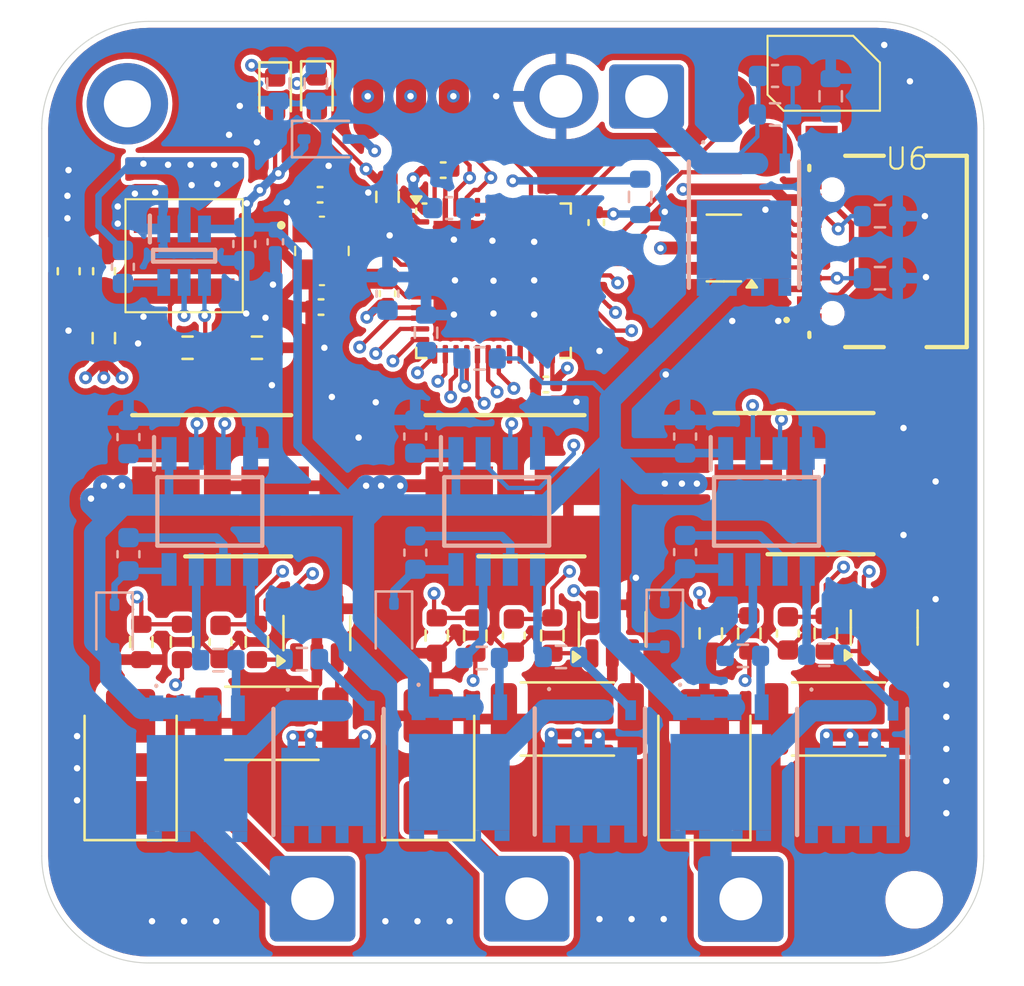
<source format=kicad_pcb>
(kicad_pcb (version 20240108) (generator "pcbnew") (generator_version "8.0")
  (title_block (comment 4 "AISLER Project ID: MVXMHWHU"))
  (layers (0 "F.Cu" signal) (1 "In1.Cu" signal) (2 "In2.Cu" signal) (31 "B.Cu" signal) (34 "B.Paste" user) (35 "F.Paste" user) (36 "B.SilkS" user "B.Silkscreen") (37 "F.SilkS" user "F.Silkscreen") (38 "B.Mask" user) (39 "F.Mask" user) (44 "Edge.Cuts" user))
  (net 0 "")
  (net 18 "GND")
  (net 19 "/VISENSE_A")
  (net 20 "V_Bat")
  (net 21 "/nGate_A")
  (net 22 "/Phase_A")
  (net 23 "/pGate_A")
  (net 24 "Net-(R4-Pad2)")
  (net 25 "+3V3")
  (net 26 "Net-(IC3-VS)")
  (net 27 "Net-(IC3-LO)")
  (net 28 "Net-(IC3-HO)")
  (net 29 "+5V_USB")
  (net 30 "Net-(J1-CC2)")
  (net 31 "Net-(J1-D--PadA7)")
  (net 32 "Net-(J1-D+-PadA6)")
  (net 33 "Net-(J1-CC1)")
  (net 34 "/VV_SENSE_A")
  (net 35 "/VB_A")
  (net 36 "Net-(IC1-VS)")
  (net 37 "/VB_B")
  (net 38 "Net-(IC1-LO)")
  (net 39 "Net-(IC1-HO)")
  (net 40 "/nGate_B")
  (net 41 "/Phase_B")
  (net 42 "/pGate_B")
  (net 43 "Net-(Q4-S)")
  (net 44 "Net-(R14-Pad2)")
  (net 45 "/SW")
  (net 46 "/CB")
  (net 47 "/VISENSE_B")
  (net 48 "/VB_C")
  (net 49 "Net-(IC4-VS)")
  (net 50 "/VISENSE_C")
  (net 51 "Net-(IC4-LO)")
  (net 52 "Net-(IC4-HO)")
  (net 53 "/Phase_C")
  (net 54 "/nGate_C")
  (net 55 "/pGate_C")
  (net 56 "/VV_SENSE_B")
  (net 57 "Net-(R20-Pad2)")
  (net 58 "/VV_SENSE_C")
  (net 59 "/FB")
  (net 60 "/OUT_buck")
  (net 61 "Net-(U1-VBAT)")
  (net 62 "Net-(U1-VDDUSB)")
  (net 63 "/USB_D+")
  (net 64 "/USB_D-")
  (net 65 "/LO_B")
  (net 66 "/Hi_B")
  (net 67 "/Hi_A")
  (net 68 "/LO_A")
  (net 69 "/LO_C")
  (net 70 "/HI_C")
  (net 71 "/RCC_OSC_OUT")
  (net 72 "/RCC_OSC_IN")
  (net 73 "/V_Bat_Div")
  (net 74 "Net-(Q1-S)")
  (net 75 "Net-(Q8-S)")
  (net 76 "/I2C1_SDA")
  (net 77 "/I2C1_CL")
  (net 78 "/V_Bat_raw")
  (net 79 "Net-(Q5-G)")
  (net 80 "Net-(D5-K)")
  (net 81 "Net-(D6-K)")
  (net 82 "/SWCLK")
  (net 83 "/SWDIO")
  (net 84 "/Duty_in")
  (footprint "ESC_footrpints:Connector_BLDC" (layer "F.Cu") (at 41.4 61 180)
    (property "Reference" "C25" (hide yes))
    (property "Value" "~" (hide yes))
  )
  (footprint "ESC_footrpints:CAPAE660X550N" (layer "F.Cu") (at 27.1 41.7)
    (property "Reference" "C16" (hide yes))
    (property "Value" "47u" (hide yes))
  )
  (footprint "LED_SMD:LED_0603_1608Metric" (layer "F.Cu") (at 29.65 23.4 -90)
    (property "Reference" "D5" (hide yes))
    (property "Value" "LED_Small")
  )
  (footprint "LED_SMD:LED_0603_1608Metric" (layer "F.Cu") (at 31.6 23.35 -90)
    (property "Reference" "D6" (hide yes))
    (property "Value" "LED_Small")
  )
  (footprint "Capacitor_SMD:C_0603_1608Metric" (layer "F.Cu") (at 40.8 48.7 90)
    (property "Reference" "C9" (hide yes))
    (property "Value" "1n")
  )
  (footprint "Resistor_SMD:R_0603_1608Metric" (layer "F.Cu") (at 28.8 35.25 180)
    (property "Reference" "R_FBB1" (hide yes))
    (property "Value" "22k1 %1")
  )
  (footprint "ESC_footrpints:CAPAE660X550N" (layer "F.Cu") (at 40.8 41.7)
    (property "Reference" "C8" (hide yes))
    (property "Value" "47u" (hide yes))
  )
  (footprint "Resistor_SMD:R_0603_1608Metric" (layer "F.Cu") (at 55.37 48.6 -90)
    (property "Reference" "R4" (hide yes))
    (property "Value" "1k")
  )
  (footprint "Capacitor_SMD:C_0603_1608Metric" (layer "F.Cu") (at 27.1 49 90)
    (property "Reference" "C17" (hide yes))
    (property "Value" "1n")
  )
  (footprint "Capacitor_SMD:C_0402_1005Metric" (layer "F.Cu") (at 42.3 36.97)
    (property "Reference" "C21" (hide yes))
    (property "Value" "100n")
  )
  (footprint "MountingHole:MountingHole_2.2mm_M2_DIN965_Pad" (layer "F.Cu") (at 22.75 23.85)
    (property "Reference" "H1" (hide yes))
    (property "Value" "MountingHole")
  )
  (footprint "ESC_footrpints:XAL5050822MEC" (layer "F.Cu") (at 25.4 30.95 -90)
    (property "Reference" "L2" (hide yes))
    (property "Value" "8.2u" (hide yes))
  )
  (footprint "Package_DFN_QFN:QFN-48-1EP_7x7mm_P0.5mm_EP5.6x5.6mm" (layer "F.Cu") (at 39.85 32.12)
    (property "Reference" "U1" (hide yes))
    (property "Value" "STM32L412CBU6")
  )
  (footprint "Capacitor_SMD:C_0603_1608Metric" (layer "F.Cu") (at 53.6 48.6 90)
    (property "Reference" "C1" (hide yes))
    (property "Value" "1n")
  )
  (footprint "Resistor_SMD:R_0603_1608Metric" (layer "F.Cu") (at 28.8 49 -90)
    (property "Reference" "R20" (hide yes))
    (property "Value" "1k")
  )
  (footprint "Capacitor_SMD:C_0603_1608Metric" (layer "F.Cu") (at 20.01 31.675 -90)
    (property "Reference" "C12" (hide yes))
    (property "Value" "22u/6.6V")
  )
  (footprint "Resistor_SMD:R_2512_6332Metric" (layer "F.Cu") (at 55.97 52.6 180)
    (property "Reference" "R1" (hide yes))
    (property "Value" "2mOhm")
  )
  (footprint "Package_TO_SOT_SMD:SOT-23-5" (layer "F.Cu") (at 31.6 48.585 90)
    (property "Reference" "U5" (hide yes))
    (property "Value" "INA180A3")
  )
  (footprint "Package_TO_SOT_SMD:SOT-23-5" (layer "F.Cu") (at 45.4 48.4 90)
    (property "Reference" "U4" (hide yes))
    (property "Value" "INA180A3")
  )
  (footprint "Resistor_SMD:R_0603_1608Metric" (layer "F.Cu") (at 21.65 34.8 -90)
    (property "Reference" "J_3V3" (hide yes))
    (property "Value" "0")
  )
  (footprint "Resistor_SMD:R_2512_6332Metric" (layer "F.Cu") (at 29.5 52.8 180)
    (property "Reference" "R19" (hide yes))
    (property "Value" "2mOhm")
  )
  (footprint "Capacitor_SMD:C_0402_1005Metric" (layer "F.Cu") (at 37.5 26.95 180)
    (property "Reference" "C20" (hide yes))
    (property "Value" "100n")
  )
  (footprint "Resistor_SMD:R_0603_1608Metric" (layer "F.Cu") (at 37.2 48.7 90)
    (property "Reference" "R16" (hide yes))
    (property "Value" "TODO")
  )
  (footprint "Package_TO_SOT_SMD:SOT-23-5" (layer "F.Cu") (at 58.1 48.325 90)
    (property "Reference" "U3" (hide yes))
    (property "Value" "INA180A3")
  )
  (footprint "Resistor_SMD:R_2512_6332Metric" (layer "F.Cu") (at 43.3 52.6 180)
    (property "Reference" "R13" (hide yes))
    (property "Value" "2mOhm")
  )
  (footprint "Package_TO_SOT_SMD:SOT-23-6" (layer "F.Cu") (at 50.61 30.59 180)
    (property "Reference" "U2" (hide yes))
    (property "Value" "USBLC6-2SC6")
  )
  (footprint "MountingHole:MountingHole_2.2mm_M2" (layer "F.Cu") (at 59.5 61.05)
    (property "Reference" "H2" (hide yes))
    (property "Value" "MountingHole")
  )
  (footprint "Diode_SMD:D_SMB" (layer "F.Cu") (at 49.7 54.6 90)
    (property "Reference" "D7" (hide yes))
    (property "Value" "SMBJP6KE22A-TP")
  )
  (footprint "Resistor_SMD:R_0603_1608Metric" (layer "F.Cu") (at 23.4 49 90)
    (property "Reference" "R22" (hide yes))
    (property "Value" "TODO")
  )
  (footprint "ESC_footrpints:CAPAE660X550N" (layer "F.Cu") (at 54.3 41.6)
    (property "Reference" "C2" (hide yes))
    (property "Value" "47u" (hide yes))
  )
  (footprint "Resistor_SMD:R_0603_1608Metric" (layer "F.Cu") (at 50 48.6 90)
    (property "Reference" "R12" (hide yes))
    (property "Value" "TODO")
  )
  (footprint "Diode_SMD:D_SMB" (layer "F.Cu") (at 36.8 54.6 90)
    (property "Reference" "D8" (hide yes))
    (property "Value" "SMBJP6KE22A-TP")
  )
  (footprint "Resistor_SMD:R_0603_1608Metric" (layer "F.Cu") (at 25.3 49 -90)
    (property "Reference" "R21" (hide yes))
    (property "Value" "TODO")
  )
  (footprint "Resistor_SMD:R_0603_1608Metric" (layer "F.Cu") (at 39 48.7 -90)
    (property "Reference" "R15" (hide yes))
    (property "Value" "TODO")
  )
  (footprint "Capacitor_SMD:C_0402_1005Metric" (layer "F.Cu") (at 34.9 32.72 -90)
    (property "Reference" "C19" (hide yes))
    (property "Value" "100n")
  )
  (footprint "Resistor_SMD:R_0603_1608Metric" (layer "F.Cu") (at 25.56 35.25 180)
    (property "Reference" "R_FBT1" (hide yes))
    (property "Value" "100k 1%")
  )
  (footprint "ESC_footrpints:GSB1C41110SSHR" (layer "F.Cu") (at 57.99 30.75 90)
    (property "Reference" "J1" (hide yes))
    (property "Value" "USB_C_Receptacle_USB2.0_16P" (hide yes))
  )
  (footprint "Capacitor_SMD:C_0603_1608Metric" (layer "F.Cu") (at 21.66 31.675 -90)
    (property "Reference" "C11" (hide yes))
    (property "Value" "22u/6.6V")
  )
  (footprint "Resistor_SMD:R_0603_1608Metric" (layer "F.Cu") (at 42.6 48.7 -90)
    (property "Reference" "R14" (hide yes))
    (property "Value" "1k")
  )
  (footprint "Capacitor_SMD:C_0402_1005Metric" (layer "F.Cu") (at 44.65 29.4 90)
    (property "Reference" "C23" (hide yes))
    (property "Value" "100n")
  )
  (footprint "ESC_footrpints:Connector_ESC" (layer "F.Cu") (at 36.5 22.5 180)
    (property "Reference" "C24" (hide yes))
    (property "Value" "~" (hide yes))
  )
  (footprint "Resistor_SMD:R_0603_1608Metric" (layer "F.Cu") (at 51.8 48.6 -90)
    (property "Reference" "R11" (hide yes))
    (property "Value" "TODO")
  )
  (footprint "Resistor_SMD:R_0603_1608Metric" (layer "F.Cu") (at 34.9 28.2 90)
    (property "Reference" "J_VBAT1" (hide yes))
    (property "Value" "0")
  )
  (footprint "ESC_footrpints:ESC_LOGO" (layer "F.Cu") (at 59.15 26.925)
    (property "Reference" "U6")
    (property "Value" "~")
  )
  (footprint "Capacitor_SMD:C_0402_1005Metric" (layer "F.Cu") (at 31.75 28.1 180)
    (property "Reference" "C27" (hide yes))
    (property "Value" "TODO")
  )
  (footprint "Diode_SMD:D_SMB" (layer "F.Cu") (at 22.9 54.6 90)
    (property "Reference" "D9" (hide yes))
    (property "Value" "SMBJP6KE22A-TP")
  )
  (footprint "Capacitor_SMD:C_0402_1005Metric" (layer "F.Cu") (at 31.795 33.35)
    (property "Reference" "C26" (hide yes))
    (property "Value" "TODO")
  )
  (footprint "ESC_footrpints:ABM8W480000MHZ6D1XT3" (layer "F.Cu") (at 31.525 30.725 -90)
    (property "Reference" "Y1" (hide yes))
    (property "Value" "Crystal_GND24_Small" (hide yes))
  )
  (footprint "ESC_footrpints:BSC060P03NS3EG" (layer "B.Cu") (at 38.255 55.05)
    (property "Reference" "Q7" (hide yes))
    (property "Value" "BSC060P03NS3E G" (hide yes))
  )
  (footprint "Capacitor_SMD:C_0603_1608Metric" (layer "B.Cu") (at 48.8 44.8 -90)
    (property "Reference" "C3" (hide yes))
    (property "Value" "1u")
  )
  (footprint "Resistor_SMD:R_0603_1608Metric" (layer "B.Cu") (at 39.199132 35.75)
    (property "Reference" "R7" (hide yes))
    (property "Value" "TODO")
  )
  (footprint "Capacitor_SMD:C_0603_1608Metric" (layer "B.Cu") (at 28.21 30.4 90)
    (property "Reference" "C5" (hide yes))
    (property "Value" "2.2u / 2xV_bat")
  )
  (footprint "ESC_footrpints:BSC054N04NSGATMA1" (layer "B.Cu") (at 51.55 29.5)
    (property "Reference" "Q5" (hide yes))
    (property "Value" "IRFH8318TRPBF" (hide yes))
  )
  (footprint "Resistor_SMD:R_0603_1608Metric" (layer "B.Cu") (at 31.55 22.9 90)
    (property "Reference" "R26" (hide yes))
    (property "Value" "TODO")
  )
  (footprint "Resistor_SMD:R_0603_1608Metric" (layer "B.Cu") (at 57.9 32)
    (property "Reference" "R5" (hide yes))
    (property "Value" "5.1k")
  )
  (footprint "Capacitor_SMD:C_0603_1608Metric" (layer "B.Cu") (at 22.8 44.9 -90)
    (property "Reference" "C15" (hide yes))
    (property "Value" "1u")
  )
  (footprint "Diode_SMD:D_SOD-323" (layer "B.Cu") (at 32.05 25.5)
    (property "Reference" "D2" (hide yes))
    (property "Value" "1N5819WS")
  )
  (footprint "ESC_footrpints:SOIC127P600X175-8N" (layer "B.Cu") (at 26.6 42.9 -90)
    (property "Reference" "IC4" (hide yes))
    (property "Value" "IR2103STRPBF" (hide yes))
  )
  (footprint "Capacitor_SMD:C_0603_1608Metric" (layer "B.Cu") (at 22.54 31.47 -90)
    (property "Reference" "C10" (hide yes))
    (property "Value" "100n / X7R or X5R / 16V")
  )
  (footprint "ESC_footrpints:BSC054N04NSGATMA1" (layer "B.Cu") (at 56.605 55.075)
    (property "Reference" "Q1" (hide yes))
    (property "Value" "IRFH8318TRPBF" (hide yes))
  )
  (footprint "Resistor_SMD:R_0603_1608Metric" (layer "B.Cu") (at 39.3 49.75)
    (property "Reference" "R9" (hide yes))
    (property "Value" "100")
  )
  (footprint "Capacitor_SMD:C_0402_1005Metric_Pad0.74x0.62mm_HandSolder" (layer "B.Cu") (at 29.66 30.3 90)
    (property "Reference" "C13" (hide yes))
    (property "Value" "100n /2x V_bat")
  )
  (footprint "ESC_footrpints:BSC060P03NS3EG" (layer "B.Cu") (at 26.005 55.1)
    (property "Reference" "Q3" (hide yes))
    (property "Value" "BSC060P03NS3E G" (hide yes))
  )
  (footprint "Resistor_SMD:R_0603_1608Metric" (layer "B.Cu") (at 29.8 22.9 90)
    (property "Reference" "R25" (hide yes))
    (property "Value" "10k")
  )
  (footprint "Capacitor_SMD:C_0603_1608Metric" (layer "B.Cu") (at 48.8 39.4 -90)
    (property "Reference" "C4" (hide yes))
    (property "Value" "1u")
  )
  (footprint "Diode_SMD:D_SOD-323" (layer "B.Cu") (at 22.15 48.3 -90)
    (property "Reference" "D4" (hide yes))
    (property "Value" "1N5819WS")
  )
  (footprint "Capacitor_SMD:C_0603_1608Metric" (layer "B.Cu") (at 34.9 32.72 -90)
    (property "Reference" "C18" (hide yes))
    (property "Value" "1u")
  )
  (footprint "Resistor_SMD:R_0603_1608Metric" (layer "B.Cu") (at 36.7 34.55 -90)
    (property "Reference" "R8" (hide yes))
    (property "Value" "TODO")
  )
  (footprint "Capacitor_SMD:C_0603_1608Metric" (layer "B.Cu") (at 36.195 39.4 -90)
    (property "Reference" "C6" (hide yes))
    (property "Value" "1u")
  )
  (footprint "Resistor_SMD:R_0603_1608Metric" (layer "B.Cu") (at 30.9 49.8)
    (property "Reference" "R18" (hide yes))
    (property "Value" "100")
  )
  (footprint "ESC_footrpints:SOIC127P600X175-8N" (layer "B.Cu") (at 52.6 42.9 -90)
    (property "Reference" "IC3" (hide yes))
    (property "Value" "IR2103STRPBF" (hide yes))
  )
  (footprint "ESC_footrpints:BSC060P03NS3EG" (layer "B.Cu") (at 50.47 55.05)
    (property "Reference" "Q2" (hide yes))
    (property "Value" "BSC060P03NS3E G" (hide yes))
  )
  (footprint "Capacitor_SMD:C_0603_1608Metric" (layer "B.Cu") (at 37.775 28.725 180)
    (property "Reference" "C22" (hide yes))
    (property "Value" "4.7u")
  )
  (footprint "Resistor_SMD:R_0603_1608Metric" (layer "B.Cu") (at 55.3 49.6)
    (property "Reference" "R3" (hide yes))
    (property "Value" "100")
  )
  (footprint "Resistor_SMD:R_0603_1608Metric" (layer "B.Cu") (at 46.7 28.2 90)
    (property "Reference" "J_VUSB1" (hide yes))
    (property "Value" "0")
  )
  (footprint "ESC_footrpints:BSC054N04NSGATMA1" (layer "B.Cu") (at 32.145 55.075)
    (property "Reference" "Q4" (hide yes))
    (property "Value" "IRFH8318TRPBF" (hide yes))
  )
  (footprint "Resistor_SMD:R_0603_1608Metric" (layer "B.Cu") (at 51.5 49.65)
    (property "Reference" "R2" (hide yes))
    (property "Value" "100")
  )
  (footprint "Resistor_SMD:R_0603_1608Metric" (layer "B.Cu") (at 43 49.7)
    (property "Reference" "R10" (hide yes))
    (property "Value" "100")
  )
  (footprint "Diode_SMD:D_SOD-323" (layer "B.Cu") (at 47.85 48.175 -90)
    (property "Reference" "D1" (hide yes))
    (property "Value" "1N5819WS")
  )
  (footprint "Resistor_SMD:R_0603_1608Metric" (layer "B.Cu") (at 57.9 29.1)
    (property "Reference" "R6" (hide yes))
    (property "Value" "5.1k")
  )
  (footprint "ESC_footrpints:SOT95P280X110-6N" (layer "B.Cu") (at 25.4 30.95 -90)
    (property "Reference" "IC2" (hide yes))
    (property "Value" "LMR51420XDDCR" (hide yes))
  )
  (footprint "ESC_footrpints:BSC054N04NSGATMA1" (layer "B.Cu") (at 44.35 55.052)
    (property "Reference" "Q8" (hide yes))
    (property "Value" "IRFH8318TRPBF" (hide yes))
  )
  (footprint "Capacitor_SMD:C_0603_1608Metric" (layer "B.Cu") (at 22.8 39.425 -90)
    (property "Reference" "C14" (hide yes))
    (property "Value" "1u")
  )
  (footprint "Capacitor_SMD:C_0603_1608Metric" (layer "B.Cu") (at 36.2 44.825 -90)
    (property "Reference" "C7" (hide yes))
    (property "Value" "1u")
  )
  (footprint "Resistor_SMD:R_0603_1608Metric" (layer "B.Cu") (at 53 24.35 180)
    (property "Reference" "R23" (hide yes))
    (property "Value" "1M")
  )
  (footprint "Diode_SMD:D_SOD-323" (layer "B.Cu") (at 35.2 48.25 -90)
    (property "Reference" "D3" (hide yes))
    (property "Value" "1N5819WS")
  )
  (footprint "Capacitor_SMD:C_0603_1608Metric" (layer "B.Cu") (at 53 22.55 180)
    (property "Reference" "C28" (hide yes))
    (property "Value" "2.2u/40V")
  )
  (footprint "Resistor_SMD:R_0603_1608Metric" (layer "B.Cu") (at 27 49.85)
    (property "Reference" "R17" (hide yes))
    (property "Value" "100")
  )
  (footprint "ESC_footrpints:SOIC127P600X175-8N" (layer "B.Cu") (at 40 42.9 -90)
    (property "Reference" "IC1" (hide yes))
    (property "Value" "IR2103STRPBF" (hide yes))
  )
  (footprint "Resistor_SMD:R_0603_1608Metric" (layer "B.Cu") (at 55.6 23.5 -90)
    (property "Reference" "R24" (hide yes))
    (property "Value" "100k")
  )
  (gr_circle (center 50.8 23.7) (end 51.95 23.75) (stroke (width 0.2)) (fill solid) (layer "F.Cu") (net 82))
  (gr_circle (center 52.6 26) (end 53.75 26.05) (stroke (width 0.2)) (fill solid) (layer "F.Cu") (net 83))
  (gr_arc (start 57.75 20) (mid 61.285534 21.464466) (end 62.75 25) (stroke (width 0.05)) (layer "Edge.Cuts"))
  (gr_line (start 62.75 25) (end 62.75 59) (stroke (width 0.05)) (layer "Edge.Cuts"))
  (gr_line (start 57.75 64) (end 23.75 64) (stroke (width 0.05)) (layer "Edge.Cuts"))
  (gr_line (start 23.75 20) (end 57.75 20) (stroke (width 0.05)) (layer "Edge.Cuts"))
  (gr_arc (start 23.75 64) (mid 20.214466 62.535534) (end 18.75 59) (stroke (width 0.05)) (layer "Edge.Cuts"))
  (gr_line (start 18.75 59) (end 18.75 25) (stroke (width 0.05)) (layer "Edge.Cuts"))
  (gr_arc (start 18.75 25) (mid 20.214466 21.464466) (end 23.75 20) (stroke (width 0.05)) (layer "Edge.Cuts"))
  (gr_arc (start 62.75 59) (mid 61.285534 62.535534) (end 57.75 64) (stroke (width 0.05)) (layer "Edge.Cuts"))
  (segment (start 41.575 48.7) (end 41.95 48.7) (width 0.2) (layer "F.Cu") (net 18))
  (segment (start 35.14 32.24) (end 34.9 32.24) (width 0.2) (layer "F.Cu") (net 18))
  (segment (start 39.1 32.87) (end 39.85 32.12) (width 0.2) (layer "F.Cu") (net 18))
  (segment (start 54.6 29.5) (end 54.55 29.55) (width 0.2) (layer "F.Cu") (net 18))
  (segment (start 50.6 30.104999) (end 50.6 28.75) (width 0.35) (layer "F.Cu") (net 18))
  (segment (start 23.15 28) (end 23.1 28.05) (width 0.8) (layer "F.Cu") (net 18))
  (segment (start 42.1 34.37) (end 39.85 32.12) (width 0.2) (layer "F.Cu") (net 18))
  (segment (start 37.95 48.775) (end 38.225 48.775) (width 0.2) (layer "F.Cu") (net 18))
  (segment (start 35.77 32.87) (end 35.14 32.24) (width 0.2) (layer "F.Cu") (net 18))
  (segment (start 40.8 49.475) (end 40.55 49.475) (width 0.2) (layer "F.Cu") (net 18))
  (segment (start 32.23 28.1) (end 32.23 29.217) (width 0.2) (layer "F.Cu") (net 18))
  (segment (start 54.6 33.95) (end 53.3 33.95) (width 0.3) (layer "F.Cu") (net 18))
  (segment (start 31.6 49.7225) (end 31.6 47.525) (width 0.35) (layer "F.Cu") (net 18))
  (segment (start 53.75 32.5) (end 53.6 32.35) (width 0.2) (layer "F.Cu") (net 18))
  (segment (start 23.1 28.05) (end 22.8 28.05) (width 0.8) (layer "F.Cu") (net 18))
  (segment (start 37.6 28.6825) (end 37.6 27.33) (width 0.2) (layer "F.Cu") (net 18))
  (segment (start 37.6 27.33) (end 37.98 26.95) (width 0.2) (layer "F.Cu") (net 18))
  (segment (start 31.6775 47.4475) (end 32.55 47.4475) (width 0.35) (layer "F.Cu") (net 18))
  (segment (start 58.1 47.25) (end 58.1625 47.1875) (width 0.35) (layer "F.Cu") (net 18))
  (segment (start 54.6 27.55) (end 55.25 26.9) (width 0.2) (layer "F.Cu") (net 18))
  (segment (start 51.085001 30.59) (end 50.65 31.025001) (width 0.2) (layer "F.Cu") (net 18))
  (segment (start 36.4125 32.87) (end 35.77 32.87) (width 0.2) (layer "F.Cu") (net 18))
  (segment (start 32.23 29.217) (end 32.638 29.625) (width 0.2) (layer "F.Cu") (net 18))
  (segment (start 43.2875 29.87) (end 42.1 29.87) (width 0.2) (layer "F.Cu") (net 18))
  (segment (start 27.1 49.775) (end 27.15 49.775) (width 0.2) (layer "F.Cu") (net 18))
  (segment (start 51.085001 30.59) (end 50.6 30.104999) (width 0.35) (layer "F.Cu") (net 18))
  (segment (start 42.1 35.5575) (end 42.1 34.37) (width 0.2) (layer "F.Cu") (net 18))
  (segment (start 31.6 47.525) (end 31.6775 47.4475) (width 0.35) (layer "F.Cu") (net 18))
  (segment (start 55.25 26.9) (end 55.8 26.9) (width 0.2) (layer "F.Cu") (net 18))
  (segment (start 53.325 49.375) (end 52.625 48.675) (width 0.2) (layer "F.Cu") (net 18))
  (segment (start 40.8 49.475) (end 41.575 48.7) (width 0.2) (layer "F.Cu") (net 18))
  (segment (start 51.7475 30.59) (end 51.085001 30.59) (width 0.2) (layer "F.Cu") (net 18))
  (segment (start 37.2 49.525) (end 37.95 48.775) (width 0.2) (layer "F.Cu") (net 18))
  (segment (start 27.1 49.775) (end 26.975 49.775) (width 0.2) (layer "F.Cu") (net 18))
  (segment (start 53.890686 29.5) (end 53.465686 29.075) (width 0.2) (layer "F.Cu") (net 18))
  (segment (start 50.175 49.425) (end 51 48.6) (width 0.2) (layer "F.Cu") (net 18))
  (segment (start 58.1625 47.1875) (end 59.05 47.1875) (width 0.35) (layer "F.Cu") (net 18))
  (segment (start 26.975 49.775) (end 26.25 49.05) (width 0.2) (layer "F.Cu") (net 18))
  (segment (start 53.6 49.375) (end 53.325 49.375) (width 0.2) (layer "F.Cu") (net 18))
  (segment (start 50 49.425) (end 50.175 49.425) (width 0.2) (layer "F.Cu") (net 18))
  (segment (start 21.66 30.9) (end 20.01 30.9) (width 0.8) (layer "F.Cu") (net 18))
  (segment (start 53.6 49.375) (end 54.375 48.6) (width 0.2) (layer "F.Cu") (net 18))
  (segment (start 42.1 29.87) (end 39.85 32.12) (width 0.2) (layer "F.Cu") (net 18))
  (segment (start 54.6 29.5) (end 53.890686 29.5) (width 0.2) (layer "F.Cu") (net 18))
  (segment (start 37.6 28.6825) (end 37.6 29.87) (width 0.2) (layer "F.Cu") (net 18))
  (segment (start 42.1 35.5575) (end 42.1 36.69) (width 0.2) (layer "F.Cu") (net 18))
  (segment (start 51.085001 30.59) (end 50.6 31.075001) (width 0.35) (layer "F.Cu") (net 18))
  (segment (start 45.4 47.35) (end 45.4875 47.2625) (width 0.35) (layer "F.Cu") (net 18))
  (segment (start 22.3 28.65) (end 22.3 29.45) (width 0.8) (layer "F.Cu") (net 18))
  (segment (start 50.65 31.025001) (end 50.65 31.75) (width 0.2) (layer "F.Cu") (net 18))
  (segment (start 22.3 30.26) (end 21.66 30.9) (width 0.8) (layer "F.Cu") (net 18))
  (segment (start 53.465686 29.075) (end 53.325 29.075) (width 0.2) (layer "F.Cu") (net 18))
  (segment (start 44.52 29.87) (end 43.2875 29.87) (width 0.2) (layer "F.Cu") (net 18))
  (segment (start 36.4125 32.87) (end 39.1 32.87) (width 0.2) (layer "F.Cu") (net 18))
  (segment (start 42.1 36.69) (end 41.82 36.97) (width 0.2) (layer "F.Cu") (net 18))
  (segment (start 40.55 49.475) (end 39.725 48.65) (width 0.2) (layer "F.Cu") (net 18))
  (segment (start 27.15 49.775) (end 27.8375 49.0875) (width 0.2) (layer "F.Cu") (net 18))
  (segment (start 53.3 33.95) (end 53.15 34.1) (width 0.3) (layer "F.Cu") (net 18))
  (segment (start 22.3 28.55) (end 22.3 28.65) (width 0.8) (layer "F.Cu") (net 18))
  (segment (start 58.1 49.4625) (end 58.1 47.25) (width 0.35) (layer "F.Cu") (net 18))
  (segment (start 31.315 33.35) (end 31.315 32.103) (width 0.2) (layer "F.Cu") (net 18))
  (segment (start 54.375 48.6) (end 54.675 48.6) (width 0.2) (layer "F.Cu") (net 18))
  (segment (start 54.6 32.5) (end 53.75 32.5) (width 0.2) (layer "F.Cu") (net 18))
  (segment (start 37.6 29.87) (end 39.85 32.12) (width 0.2) (layer "F.Cu") (net 18))
  (segment (start 22.8 28.05) (end 22.3 28.55) (width 0.8) (layer "F.Cu") (net 18))
  (segment (start 24.05 28) (end 23.15 28) (width 0.8) (layer "F.Cu") (net 18))
  (segment (start 44.65 30) (end 44.52 29.87) (width 0.2) (layer "F.Cu") (net 18))
  (segment (start 45.4 49.5375) (end 45.4 47.35) (width 0.35) (layer "F.Cu") (net 18))
  (segment (start 22.3 29.45) (end 22.3 30.26) (width 0.8) (layer "F.Cu") (net 18))
  (segment (start 50.6 31.075001) (end 50.6 32.55) (width 0.35) (layer "F.Cu") (net 18))
  (segment (start 31.315 32.103) (end 31.037 31.825) (width 0.2) (layer "F.Cu") (net 18))
  (segment (start 45.4875 47.2625) (end 46.35 47.2625) (width 0.35) (layer "F.Cu") (net 18))
  (via (at 27.5 25.3) (size 0.6) (drill 0.3) (layers "F.Cu" "B.Cu") (net 18))
  (via (at 29.2 33.85) (size 0.6) (drill 0.3) (layers "F.Cu" "B.Cu") (net 18))
  (via (at 38.05 32.1) (size 0.6) (drill 0.3) (layers "F.Cu" "B.Cu") (net 18))
  (via (at 32.3 37.55) (size 0.6) (drill 0.3) (layers "F.Cu" "B.Cu") (net 18))
  (via (at 23.9 62.05) (size 0.6) (drill 0.3) (layers "F.Cu" "B.Cu") (net 18))
  (via (at 41.75 33.7) (size 0.6) (drill 0.3) (layers "F.Cu" "B.Cu") (net 18))
  (via (at 46.5 46) (size 0.6) (drill 0.3) (layers "F.Cu" "B.Cu") (net 18))
  (via (at 43.725 37.775) (size 0.6) (drill 0.3) (layers "F.Cu" "B.Cu") (net 18))
  (via (at 20.4 53.4) (size 0.6) (drill 0.3) (layers "F.Cu" "B.Cu") (net 18))
  (via (at 61 54) (size 0.6) (drill 0.3) (layers "F.Cu" "B.Cu") (net 18))
  (via (at 28 23.95) (size 0.6) (drill 0.3) (layers "F.Cu" "B.Cu") (net 18))
  (via (at 35 30) (size 0.6) (drill 0.3) (layers "F.Cu" "B.Cu") (net 18))
  (via (at 41.75 30.3) (size 0.6) (drill 0.3) (layers "F.Cu" "B.Cu") (net 18))
  (via (at 19.95 28.15) (size 0.6) (drill 0.3) (layers "F.Cu" "B.Cu") (net 18))
  (via (at 39.85 32.12) (size 0.6) (drill 0.3) (layers "F.Cu" "B.Cu") (net 18))
  (via (at 36.3 62.05) (size 0.6) (drill 0.3) (layers "F.Cu" "B.Cu") (net 18))
  (via (at 24.05 28) (size 0.6) (drill 0.3) (layers "F.Cu" "B.Cu") (net 18))
  (via (at 20.4 56.4) (size 0.6) (drill 0.3) (layers "F.Cu" "B.Cu") (net 18))
  (via (at 41.75 32.1) (size 0.6) (drill 0.3) (layers "F.Cu" "B.Cu") (net 18))
  (via (at 38 30.2) (size 0.6) (drill 0.3) (layers "F.Cu" "B.Cu") (net 18))
  (via (at 34.8 62.05) (size 0.6) (drill 0.3) (layers "F.Cu" "B.Cu") (net 18))
  (via (at 47.895737 36.499999) (size 0.6) (drill 0.3) (layers "F.Cu" "B.Cu") (net 18))
  (via (at 25.4 62.05) (size 0.6) (drill 0.3) (layers "F.Cu" "B.Cu") (net 18))
  (via (at 23.1 28.05) (size 0.6) (drill 0.3) (layers "F.Cu" "B.Cu") (net 18))
  (via (at 29.5 37) (size 0.6) (drill 0.3) (layers "F.Cu" "B.Cu") (net 18))
  (via (at 61 57) (size 0.6) (drill 0.3) (layers "F.Cu" "B.Cu") (net 18))
  (via (at 33.55 39.45) (size 0.6) (drill 0.3) (layers "F.Cu" "B.Cu") (net 18))
  (via (at 30.2 28.45) (size 0.6) (drill 0.3) (layers "F.Cu" "B.Cu") (net 18))
  (via (at 20 34.45) (size 0.6) (drill 0.3) (layers "F.Cu" "B.Cu") (net 18))
  (via (at 47.8 61.95) (size 0.6) (drill 0.3) (layers "F.Cu" "B.Cu") (net 18))
  (via (at 53.15 34) (size 0.6) (drill 0.3) (layers "F.Cu" "B.Cu") (net 18))
  (via (at 61 52.5) (size 0.6) (drill 0.3) (layers "F.Cu" "B.Cu") (net 18))
  (via (at 59 44) (size 0.6) (drill 0.3) (layers "F.Cu" "B.Cu") (net 18))
  (via (at 60.5 41.5) (size 0.6) (drill 0.3) (layers "F.Cu" "B.Cu") (net 18))
  (via (at 51 34) (size 0.6) (drill 0.3) (layers "F.Cu" "B.Cu") (net 18))
  (via (at 20.4 54.9) (size 0.6) (drill 0.3) (layers "F.Cu" "B.Cu") (net 18))
  (via (at 28.8 25.65) (size 0.6) (drill 0.3) (layers "F.Cu" "B.Cu") (net 18))
  (via (at 38 33.7) (size 0.6) (drill 0.3) (layers "F.Cu" "B.Cu") (net 18))
  (via (at 58.1 21.1) (size 0.6) (drill 0.3) (layers "F.Cu" "B.Cu") (net 18))
  (via (at 31.95 35.25) (size 0.6) (drill 0.3) (layers "F.Cu" "B.Cu") (net 18))
  (via (at 39.8 30.25) (size 0.6) (drill 0.3) (layers "F.Cu" "B.Cu") (net 18))
  (via (at 32.15 26.75) (size 0.6) (drill 0.3) (layers "F.Cu" "B.Cu") (net 18))
  (via (at 47.85 28.9) (size 0.6) (drill 0.3) (layers "F.Cu" "B.Cu") (net 18))
  (via (at 60.5 47) (size 0.6) (drill 0.3) (layers "F.Cu" "B.Cu") (net 18))
  (via (at 37.8 62.05) (size 0.6) (drill 0.3) (layers "F.Cu" "B.Cu") (net 18))
  (via (at 23.25 35.05) (size 0.6) (drill 0.3) (layers "F.Cu" "B.Cu") (net 18))
  (via (at 61 51) (size 0.6) (drill 0.3) (layers "F.Cu" "B.Cu") (net 18))
  (via (at 23.5 33.8) (size 0.6) (drill 0.3) (layers "F.Cu" "B.Cu") (net 18))
  (via (at 28.3 33.65) (size 0.6) (drill 0.3) (layers "F.Cu" "B.Cu") (net 18))
  (via (at 46.3 61.95) (size 0.6) (drill 0.3) (layers "F.Cu" "B.Cu") (net 18))
  (via (at 60.05 31.95) (size 0.6) (drill 0.3) (layers "F.Cu" "B.Cu") (net 18))
  (via (at 59.3 22.8) (size 0.6) (drill 0.3) (layers "F.Cu" "B.Cu") (net 18))
  (via (at 26.9 62.05) (size 0.6) (drill 0.3) (layers "F.Cu" "B.Cu") (net 18))
  (via (at 34.35 37.8) (size 0.6) (drill 0.3) (layers "F.Cu" "B.Cu") (net 18))
  (via (at 61 55.5) (size 0.6) (drill 0.3) (layers "F.Cu" "B.Cu") (net 18))
  (via (at 22.3 28.65) (size 0.6) (drill 0.3) (layers "F.Cu" "B.Cu") (net 18))
  (via (at 29.55 32.3) (size 0.6) (drill 0.3) (layers "F.Cu" "B.Cu") (net 18))
  (via (at 52.55 28.8) (size 0.6) (drill 0.3) (layers "F.Cu" "B.Cu") (net 18))
  (via (at 44.8 35.4) (size 0.6) (drill 0.3) (layers "F.Cu" "B.Cu") (net 18))
  (via (at 39.85 33.65) (size 0.6) (drill 0.3) (layers "F.Cu" "B.Cu") (net 18))
  (via (at 59 39) (size 0.6) (drill 0.3) (layers "F.Cu" "B.Cu") (net 18))
  (via (at 22.3 29.45) (size 0.6) (drill 0.3) (layers "F.Cu" "B.Cu") (net 18))
  (via (at 39.975 23.495) (size 0.6) (drill 0.3) (layers "F.Cu" "B.Cu") (net 18))
  (via (at 20 26.95) (size 0.6) (drill 0.3) (layers "F.Cu" "B.Cu") (net 18))
  (via (at 34 28) (size 0.6) (drill 0.3) (layers "F.Cu" "B.Cu") (net 18))
  (via (at 19.95 29.2) (size 0.6) (drill 0.3) (layers "F.Cu" "B.Cu") (net 18))
  (via (at 60 29.1) (size 0.6) (drill 0.3) (layers "F.Cu" "B.Cu") (net 18))
  (via (at 44.8 61.95) (size 0.6) (drill 0.3) (layers "F.Cu" "B.Cu") (net 18))
  (segment (start 41.905 40.188) (end 41.905 38.845) (width 0.3) (layer "B.Cu") (net 18))
  (segment (start 26.925 30.9) (end 27.2 31.175) (width 0.35) (layer "B.Cu") (net 18))
  (segment (start 24.45 29.7) (end 24.45 30.675) (width 0.35) (layer "B.Cu") (net 18))
  (segment (start 29.66 30.8675) (end 29.66 32.19) (width 0.2) (layer "B.Cu") (net 18))
  (segment (start 24.675 30.9) (end 26.925 30.9) (width 0.35) (layer "B.Cu") (net 18))
  (segment (start 29.66 32.19) (end 29.55 32.3) (width 0.2) (layer "B.Cu") (net 18))
  (segment (start 42.975 37.775) (end 43.725 37.775) (width 0.3) (layer "B.Cu") (net 18))
  (segment (start 24.45 30.675) (end 24.675 30.9) (width 0.35) (layer "B.Cu") (net 18))
  (segment (start 41.905 38.845) (end 42.975 37.775) (width 0.3) (layer "B.Cu") (net 18))
  (segment (start 27.2 31.175) (end 28.21 31.175) (width 0.35) (layer "B.Cu") (net 18))
  (segment (start 55.32 47.825) (end 55.37 47.775) (width 0.2) (layer "F.Cu") (net 19))
  (segment (start 55.37 46.33) (end 56.2 45.5) (width 0.2) (layer "F.Cu") (net 19))
  (segment (start 55.37 47.775) (end 55.37 46.33) (width 0.2) (layer "F.Cu") (net 19))
  (segment (start 53.7 47.825) (end 55.32 47.825) (width 0.2) (layer "F.Cu") (net 19))
  (segment (start 37.85 36.785686) (end 38.1 36.535686) (width 0.2) (layer "F.Cu") (net 19))
  (segment (start 38.1 36.535686) (end 38.1 35.5575) (width 0.2) (layer "F.Cu") (net 19))
  (segment (start 37.85 37.55) (end 37.85 36.785686) (width 0.2) (layer "F.Cu") (net 19))
  (via (at 37.85 37.55) (size 0.6) (drill 0.3) (layers "F.Cu" "B.Cu") (net 19))
  (via (at 56.2 45.5) (size 0.6) (drill 0.3) (layers "F.Cu" "B.Cu") (net 19))
  (segment (start 48.65 41.6) (end 47.85 41.6) (width 0.6) (layer "F.Cu") (net 20))
  (segment (start 49.35 41.6) (end 48.65 41.6) (width 0.6) (layer "F.Cu") (net 20))
  (segment (start 35.5 41.7) (end 34.6 41.7) (width 0.6) (layer "F.Cu") (net 20))
  (segment (start 34.6 41.7) (end 33.899997 41.7) (width 0.6) (layer "F.Cu") (net 20))
  (segment (start 29.65 24.075) (end 29.65 26.95) (width 0.2) (layer "F.Cu") (net 20))
  (segment (start 21.65 41.7) (end 21.05 42.3) (width 0.6) (layer "F.Cu") (net 20))
  (segment (start 21.65 41.7) (end 22.5 41.7) (width 0.6) (layer "F.Cu") (net 20))
  (segment (start 51.75 41.6) (end 49.35 41.6) (width 0.6) (layer "F.Cu") (net 20))
  (segment (start 22.5 41.7) (end 24.55 41.7) (width 0.6) (layer "F.Cu") (net 20))
  (segment (start 29.65 26.95) (end 29.8 27.1) (width 0.2) (layer "F.Cu") (net 20))
  (segment (start 38.25 41.7) (end 35.5 41.7) (width 0.6) (layer "F.Cu") (net 20))
  (via (at 22.5 41.7) (size 0.6) (drill 0.3) (layers "F.Cu" "B.Cu") (net 20))
  (via (at 49.35 41.6) (size 0.6) (drill 0.3) (layers "F.Cu" "B.Cu") (net 20))
  (via (at 48.65 41.6) (size 0.6) (drill 0.3) (layers "F.Cu" "B.Cu") (net 20))
  (via (at 28.9375 27.8875) (size 0.6) (drill 0.3) (layers "F.Cu" "B.Cu") (net 20))
  (via (at 35.5 41.7) (size 0.6) (drill 0.3) (layers "F.Cu" "B.Cu") (net 20))
  (via (at 47.85 41.6) (size 0.6) (drill 0.3) (layers "F.Cu" "B.Cu") (net 20))
  (via (at 29.8 27.1) (size 0.6) (drill 0.3) (layers "F.Cu" "B.Cu") (net 20))
  (via (at 28.325 28.5) (size 0.6) (drill 0.3) (layers "F.Cu" "B.Cu") (net 20))
  (via (at 25.4 33.75) (size 0.6) (drill 0.3) (layers "F.Cu" "B.Cu") (net 20))
  (via (at 21.05 42.3) (size 0.6) (drill 0.3) (layers "F.Cu" "B.Cu") (net 20))
  (via (at 34.6 41.7) (size 0.6) (drill 0.3) (layers "F.Cu" "B.Cu") (net 20))
  (via (at 33.899997 41.7) (size 0.6) (drill 0.3) (layers "F.Cu" "B.Cu") (net 20))
  (via (at 21.65 41.7) (size 0.6) (drill 0.3) (layers "F.Cu" "B.Cu") (net 20))
  (segment (start 33.5 42.6) (end 32.05 42.6) (width 1) (layer "B.Cu") (net 20))
  (segment (start 22.15 49.55) (end 22.15 49.35) (width 0.4) (layer "B.Cu") (net 20))
  (segment (start 28.135 29.7) (end 28.21 29.625) (width 0.4) (layer "B.Cu") (net 20))
  (segment (start 33.899997 41.7) (end 33.5 42.099997) (width 1) (layer "B.Cu") (net 20))
  (segment (start 21.05 42.55) (end 21.817809 43.317809) (width 1) (layer "B.Cu") (net 20))
  (segment (start 48.8 40.175) (end 50.682 40.175) (width 0.4) (layer "B.Cu") (net 20))
  (segment (start 45.3 48.73) (end 45.555 48.73) (width 0.35) (layer "B.Cu") (net 20))
  (segment (start 51.55 30.198) (end 51.55 31.45) (width 1) (layer "B.Cu") (net 20))
  (segment (start 45.3 39.63687) (end 45.83813 40.175) (width 0.4) (layer "B.Cu") (net 20))
  (segment (start 21.975 50.675) (end 23.4 52.1) (width 1) (layer "B.Cu") (net 20))
  (segment (start 42.15 36.9) (end 44.518478 36.9) (width 0.2) (layer "B.Cu") (net 20))
  (segment (start 38.095 42.445) (end 38.095 40.188) (width 0.4) (layer "B.Cu") (net 20))
  (segment (start 48.565 52.05) (end 48.565 51.995) (width 1) (layer "B.Cu") (net 20))
  (segment (start 24.1 52.1) (end 26.64 52.1) (width 1) (layer "B.Cu") (net 20))
  (segment (start 48.565 52.05) (end 51.105 52.05) (width 1) (layer "B.Cu") (net 20))
  (segment (start 45.3 42.15) (end 45.4 42.15) (width 0.4) (layer "B.Cu") (net 20))
  (segment (start 24.75 42.6) (end 24.695 42.545) (width 0.4) (layer "B.Cu") (net 20))
  (segment (start 31 25.5) (end 31 25.9) (width 0.4) (layer "B.Cu") (net 20))
  (segment (start 38.095 40.188) (end 36.208 40.188) (width 0.4) (layer "B.Cu") (net 20))
  (segment (start 38.25 42.6) (end 35.8 42.6) (width 1) (layer "B.Cu") (net 20))
  (segment (start 47.481523 35.499999) (end 45.3 37.681522) (width 1) (layer "B.Cu") (net 20))
  (segment (start 29.681684 29.7325) (end 30.7 30.750816) (width 0.4) (layer "B.Cu") (net 20))
  (segment (start 33.775 43.275) (end 33.775 47.875) (width 1) (layer "B.Cu") (net 20))
  (segment (start 38.25 42.6) (end 38.095 42.445) (width 0.4) (layer "B.Cu") (net 20))
  (segment (start 22.5 41.7) (end 22.5 42.564382) (width 1) (layer "B.Cu") (net 20))
  (segment (start 46.75 41.6) (end 49.35 41.6) (width 1) (layer "B.Cu") (net 20))
  (segment (start 45.83813 40.175) (end 48.8 40.175) (width 0.4) (layer "B.Cu") (net 20))
  (segment (start 45.3 42.15) (end 45.3 39.63687) (width 1) (layer "B.Cu") (net 20))
  (segment (start 21.65 43.15) (end 21.817809 43.317809) (width 0.6) (layer "B.Cu") (net 20))
  (segment (start 45.3 39.63687) (end 42.8055 42.13137) (width 1) (layer "B.Cu") (net 20))
  (segment (start 33.975 43.075) (end 33.775 43.275) (width 1) (layer "B.Cu") (net 20))
  (segment (start 25.4 32.2) (end 25.4 33.75) (width 0.25) (layer "B.Cu") (net 20))
  (segment (start 33.975 43.075) (end 33.975 43.275) (width 0.4) (layer "B.Cu") (net 20))
  (segment (start 32.05 42.6) (end 24.75 42.6) (width 1) (layer "B.Cu") (net 20))
  (segment (start 36.35 50.45) (end 36.35 52.05) (width 1) (layer "B.Cu") (net 20))
  (segment (start 36.208 40.188) (end 36.195 40.175) (width 0.4) (layer "B.Cu") (net 20))
  (segment (start 34.45 42.6) (end 33.975 43.075) (width 1) (layer "B.Cu") (net 20))
  (segment (start 30.7 39.8) (end 33.975 43.075) (width 0.4) (layer "B.Cu") (net 20))
  (segment (start 45.3 37.681522) (end 45.3 39.63687) (width 1) (layer "B.Cu") (net 20))
  (segment (start 37.62 52.05) (end 38.89 52.05) (width 1) (layer "B.Cu") (net 20))
  (segment (start 41 35.75) (end 42.15 36.9) (width 0.2) (layer "B.Cu") (net 20))
  (segment (start 21.225 43.910618) (end 21.817809 43.317809) (width 1) (layer "B.Cu") (net 20))
  (segment (start 42.336871 42.6) (end 38.25 42.6) (width 1) (layer "B.Cu") (net 20))
  (segment (start 34.6 41.7) (end 34.6 42.45) (width 1) (layer "B.Cu") (net 20))
  (segment (start 51.55 31.45) (end 47.500001 35.499999) (width 1) (layer "B.Cu") (net 20))
  (segment (start 28.9375 27.8875) (end 29.725 27.1) (width 0.4) (layer "B.Cu") (net 20))
  (segment (start 50.682 40.175) (end 50.695 40.188) (width 0.4) (layer "B.Cu") (net 20))
  (segment (start 21.65 41.7) (end 21.65 43.15) (width 1) (layer "B.Cu") (net 20))
  (segment (start 35.5 41.7) (end 35.35 41.7) (width 0.6) (layer "B.Cu") (net 20))
  (segment (start 24.695 40.188) (end 22.812 40.188) (width 0.4) (layer "B.Cu") (net 20))
  (segment (start 31 25.9) (end 29.8 27.1) (width 0.4) (layer "B.Cu") (net 20))
  (segment (start 40.024132 35.75) (end 41 35.75) (width 0.2) (layer "B.Cu") (net 20))
  (segment (start 21.975 49.725) (end 22.15 49.55) (width 0.4) (layer "B.Cu") (net 20))
  (segment (start 33.775 47.875) (end 36.35 50.45) (width 1) (layer "B.Cu") (net 20))
  (segment (start 21.05 42.3) (end 21.05 42.55) (width 1) (layer "B.Cu") (net 20))
  (segment (start 29.725 27.1) (end 29.8 27.1) (width 0.4) (layer "B.Cu") (net 20))
  (segment (start 45.555 48.73) (end 46.05 49.225) (width 0.35) (layer "B.Cu") (net 20))
  (segment (start 22.812 40.188) (end 22.8 40.2) (width 0.4) (layer "B.Cu") (net 20))
  (segment (start 29.66 29.7325) (end 29.681684 29.7325) (width 0.4) (layer "B.Cu") (net 20))
  (segment (start 47.500001 35.499999) (end 47.481523 35.499999) (width 1) (layer "B.Cu") (net 20))
  (segment (start 21.975 49.725) (end 21.975 50.675) (width 1) (layer "B.Cu") (net 20))
  (segment (start 22.535618 42.6) (end 21.817809 43.317809) (width 1) (layer "B.Cu") (net 20))
  (segment (start 44.518478 36.9) (end 45.3 37.681522) (width 0.2) (layer "B.Cu") (net 20))
  (segment (start 45.3 40.15) (end 46.75 41.6) (width 1) (layer "B.Cu") (net 20))
  (segment (start 46.05 49.225) (end 47.85 49.225) (width 0.35) (layer "B.Cu") (net 20))
  (segment (start 22.5 42.564382) (end 22.535618 42.6) (width 0.6) (layer "B.Cu") (net 20))
  (segment (start 28.325 28.5) (end 28.9375 27.8875) (width 0.4) (layer "B.Cu") (net 20))
  (segment (start 35.35 41.7) (end 33.975 43.075) (width 1) (layer "B.Cu") (net 20))
  (segment (start 48.565 51.995) (end 45.3 48.73) (width 1) (layer "B.Cu") (net 20))
  (segment (start 21.225 48.975) (end 21.225 43.910618) (width 1) (layer "B.Cu") (net 20))
  (segment (start 36.35 52.05) (end 38.89 52.05) (width 1) (layer "B.Cu") (net 20))
  (segment (start 24.75 42.6) (end 22.535618 42.6) (width 1) (layer "B.Cu") (net 20))
  (segment (start 34.6 42.45) (end 33.975 43.075) (width 0.6) (layer "B.Cu") (net 20))
  (segment (start 21.975 49.725) (end 21.225 48.975) (width 1) (layer "B.Cu") (net 20))
  (segment (start 45.3 48.73) (end 45.3 42.15) (width 1) (layer "B.Cu") (net 20))
  (segment (start 23.4 52.1) (end 24.1 52.1) (width 1) (layer "B.Cu") (net 20))
  (segment (start 26.35 29.7) (end 28.135 29.7) (width 0.4) (layer "B.Cu") (net 20))
  (segment (start 28.325 28.5) (end 28.325 29.7325) (width 0.4) (layer "B.Cu") (net 20))
  (segment (start 33.55 42.6) (end 35.8 42.6) (width 0.4) (layer "B.Cu") (net 20))
  (segment (start 35.8 42.6) (end 33.5 42.6) (width 1) (layer "B.Cu") (net 20))
  (segment (start 24.683 40.2) (end 24.695 40.188) (width 0.4) (layer "B.Cu") (net 20))
  (segment (start 33.5 42.099997) (end 33.5 42.6) (width 1) (layer "B.Cu") (net 20))
  (segment (start 42.8055 42.13137) (end 42.8055 42.131371) (width 1) (layer "B.Cu") (net 20))
  (segment (start 28.21 29.625) (end 29.5525 29.625) (width 0.4) (layer "B.Cu") (net 20))
  (segment (start 30.7 30.750816) (end 30.7 39.8) (width 0.4) (layer "B.Cu") (net 20))
  (segment (start 24.695 42.545) (end 24.695 40.188) (width 0.4) (layer "B.Cu") (net 20))
  (segment (start 42.8055 42.131371) (end 42.336871 42.6) (width 1) (layer "B.Cu") (net 20))
  (segment (start 52.325 52) (end 52.375 52.05) (width 0.4) (layer "B.Cu") (net 21))
  (segment (start 52.325 49.65) (end 52.325 52) (width 0.4) (layer "B.Cu") (net 21))
  (segment (start 51.8 50.6) (end 51.6 50.8) (width 0.2) (layer "F.Cu") (net 22))
  (segment (start 51.3 61.01) (end 50 59.71) (width 0.2) (layer "F.Cu") (net 22))
  (segment (start 49.7 59.31) (end 51.4 61.01) (width 1) (layer "F.Cu") (net 22))
  (segment (start 51.8 49.425) (end 51.8 50.6) (width 0.2) (layer "F.Cu") (net 22))
  (segment (start 49.7 56.75) (end 49.7 59.31) (width 1) (layer "F.Cu") (net 22))
  (via (at 51.6 50.8) (size 0.6) (drill 0.3) (layers "F.Cu" "B.Cu") (net 22))
  (segment (start 50.47 60.18) (end 51.3 61.01) (width 1) (layer "B.Cu") (net 22))
  (segment (start 57.24 52.212) (end 54.7 52.212) (width 1) (layer "B.Cu") (net 22))
  (segment (start 54.7 52.212) (end 51.337 55.575) (width 1) (layer "B.Cu") (net 22))
  (segment (start 50.47 55.55) (end 50.47 60.18) (width 1) (layer "B.Cu") (net 22))
  (segment (start 51.337 55.575) (end 50.47 55.575) (width 1) (layer "B.Cu") (net 22))
  (segment (start 56.125 49.6) (end 58.51 51.985) (width 0.4) (layer "B.Cu") (net 23))
  (segment (start 58.51 51.985) (end 58.51 52.212) (width 0.4) (layer "B.Cu") (net 23))
  (segment (start 55.37 49.425) (end 57.1125 49.425) (width 0.2) (layer "F.Cu") (net 24))
  (segment (start 57.1125 49.425) (end 57.15 49.4625) (width 0.2) (layer "F.Cu") (net 24))
  (segment (start 36.5 26.95) (end 36.1 27.35) (width 0.4) (layer "F.Cu") (net 25))
  (segment (start 42.78 36.72) (end 43.3 36.2) (width 0.4) (layer "F.Cu") (net 25))
  (segment (start 21.65 35.625) (end 21.65 36.65) (width 0.4) (layer "F.Cu") (net 25))
  (segment (start 42.78 36.97) (end 42.78 36.72) (width 0.4) (layer "F.Cu") (net 25))
  (segment (start 33.932321 33.827412) (end 34.559733 33.2) (width 0.4) (layer "F.Cu") (net 25))
  (segment (start 42.6 36.79) (end 42.78 36.97) (width 0.2) (layer "F.Cu") (net 25))
  (segment (start 43.7875 46.6) (end 44.45 47.2625) (width 0.2) (layer "F.Cu") (net 25))
  (segment (start 31.6 24.6) (end 33.9 26.9) (width 0.2) (layer "F.Cu") (net 25))
  (segment (start 22.5 36.65) (end 21.65 35.8) (width 0.4) (layer "F.Cu") (net 25))
  (segment (start 21.65 35.8) (end 20.8 36.65) (width 0.4) (layer "F.Cu") (net 25))
  (segment (start 37.02 26.95) (end 36.5 26.95) (width 0.4) (layer "F.Cu") (net 25))
  (segment (start 35.07 33.37) (end 34.9 33.2) (width 0.2) (layer "F.Cu") (net 25))
  (segment (start 31.6 24.025) (end 31.6 24.6) (width 0.2) (layer "F.Cu") (net 25))
  (segment (start 43.6 46.6) (end 43.7875 46.6) (width 0.2) (layer "F.Cu") (net 25))
  (segment (start 21.65 35.625) (end 21.65 35.8) (width 0.4) (layer "F.Cu") (net 25))
  (segment (start 34.88 27.395) (end 34.65 27.395) (width 0.4) (layer "F.Cu") (net 25))
  (segment (start 34.9 27.375) (end 34.88 27.395) (width 0.4) (layer "F.Cu") (net 25))
  (segment (start 36.4125 33.37) (end 35.07 33.37) (width 0.2) (layer "F.Cu") (net 25))
  (segment (start 37.1 27.03) (end 37.1 28.6825) (width 0.2) (layer "F.Cu") (net 25))
  (segment (start 42.6 35.5575) (end 42.6 36.79) (width 0.2) (layer "F.Cu") (net 25))
  (segment (start 31.1 45.9) (end 31.2 45.8) (width 0.2) (layer "F.Cu") (net 25))
  (segment (start 37.02 26.95) (end 37.1 27.03) (width 0.2) (layer "F.Cu") (net 25))
  (segment (start 33.9 26.9) (end 34.375 27.375) (width 0.4) (layer "F.Cu") (net 25))
  (segment (start 34.559733 33.2) (end 34.9 33.2) (width 0.4) (layer "F.Cu") (net 25))
  (segment (start 57.15 45.95) (end 57.4 45.7) (width 0.2) (layer "F.Cu") (net 25))
  (segment (start 57.15 47.1875) (end 57.15 45.95) (width 0.2) (layer "F.Cu") (net 25))
  (segment (start 30.65 46.35) (end 31.1 45.9) (width 0.2) (layer "F.Cu") (net 25))
  (segment (start 30.65 47.4475) (end 30.65 46.35) (width 0.2) (layer "F.Cu") (net 25))
  (segment (start 31.2 45.8) (end 31.4 45.8) (width 0.2) (layer "F.Cu") (net 25))
  (segment (start 34.375 27.375) (end 34.9 27.375) (width 0.4) (layer "F.Cu") (net 25))
  (via (at 22.5 36.65) (size 0.6) (drill 0.3) (layers "F.Cu" "B.Cu") (net 25))
  (via (at 43.3 36.2) (size 0.6) (drill 0.3) (layers "F.Cu" "B.Cu") (net 25))
  (via (at 31.4 45.8) (size 0.6) (drill 0.3) (layers "F.Cu" "B.Cu") (net 25))
  (via (at 43.6 46.6) (size 0.6) (drill 0.3) (layers "F.Cu" "B.Cu") (net 25))
  (via (at 21.65 36.65) (size 0.6) (drill 0.3) (layers "F.Cu" "B.Cu") (net 25))
  (via (at 33.932321 33.827412) (size 0.6) (drill 0.3) (layers "F.Cu" "B.Cu") (net 25))
  (via (at 33.9 26.9) (size 0.6) (drill 0.3) (layers "F.Cu" "B.Cu") (net 25))
  (via (at 20.8 36.65) (size 0.6) (drill 0.3) (layers "F.Cu" "B.Cu") (net 25))
  (via (at 36.1 27.35) (size 0.6) (drill 0.3) (layers "F.Cu" "B.Cu") (net 25))
  (via (at 57.4 45.7) (size 0.6) (drill 0.3) (layers "F.Cu" "B.Cu") (net 25))
  (via (at 40.75 27.45) (size 0.6) (drill 0.3) (layers "F.Cu" "B.Cu") (net 25))
  (segment (start 36.1 27.825) (end 36.1 27.35) (width 0.45) (layer "B.Cu") (net 25))
  (segment (start 36.75 28.475) (end 36.1 27.825) (width 0.45) (layer "B.Cu") (net 25))
  (segment (start 40.75 27.45) (end 46.625 27.45) (width 0.35) (layer "B.Cu") (net 25))
  (segment (start 34.264733 33.495) (end 33.932321 33.827412) (width 0.3) (layer "B.Cu") (net 25))
  (segment (start 37.025 28.475) (end 36.75 28.475) (width 0.45) (layer "B.Cu") (net 25))
  (segment (start 34.9 33.495) (end 34.264733 33.495) (width 0.3) (layer "B.Cu") (net 25))
  (segment (start 46.625 27.45) (end 46.7 27.375) (width 0.35) (layer "B.Cu") (net 25))
  (segment (start 52.2905 44.025) (end 53.235 44.9695) (width 0.4) (layer "B.Cu") (net 26))
  (segment (start 48.8 44.025) (end 52.2905 44.025) (width 0.4) (layer "B.Cu") (net 26))
  (segment (start 53.235 44.9695) (end 53.235 45.612) (width 0.4) (layer "B.Cu") (net 26))
  (segment (start 54.475 49.6) (end 54.475 45.642) (width 0.4) (layer "B.Cu") (net 27))
  (segment (start 54.475 45.642) (end 54.505 45.612) (width 0.4) (layer "B.Cu") (net 27))
  (segment (start 50.675 49.65) (end 51.965 48.36) (width 0.4) (layer "B.Cu") (net 28))
  (segment (start 51.965 45.612) (end 51.825 45.752) (width 0.4) (layer "B.Cu") (net 28))
  (segment (start 51.965 48.36) (end 51.965 45.612) (width 0.4) (layer "B.Cu") (net 28))
  (segment (start 48.7 27.85) (end 52.95 27.85) (width 0.55) (layer "F.Cu") (net 29))
  (segment (start 56.575 32.208884) (end 55.983884 32.8) (width 0.25) (layer "F.Cu") (net 29))
  (segment (start 55.983884 32.8) (end 55.5 32.8) (width 0.25) (layer "F.Cu") (net 29))
  (segment (start 54.6 28.35) (end 55.175051 28.35) (width 0.25) (layer "F.Cu") (net 29))
  (segment (start 52.95 27.85) (end 53.45 28.35) (width 0.55) (layer "F.Cu") (net 29))
  (segment (start 55.15 33.15) (end 54.6 33.15) (width 0.25) (layer "F.Cu") (net 29))
  (segment (start 53.45 28.35) (end 54.6 28.35) (width 0.55) (layer "F.Cu") (net 29))
  (segment (start 55.5 32.8) (end 55.15 33.15) (width 0.25) (layer "F.Cu") (net 29))
  (segment (start 55.175051 28.35) (end 55.385051 28.56) (width 0.25) (layer "F.Cu") (net 29))
  (segment (start 55.693884 28.56) (end 56.575 29.441116) (width 0.25) (layer "F.Cu") (net 29))
  (segment (start 56.575 29.441116) (end 56.575 32.208884) (width 0.25) (layer "F.Cu") (net 29))
  (segment (start 47.66 30.59) (end 49.4725 30.59) (width 0.6) (layer "F.Cu") (net 29))
  (segment (start 55.385051 28.56) (end 55.693884 28.56) (width 0.25) (layer "F.Cu") (net 29))
  (segment (start 47.65 30.6) (end 47.66 30.59) (width 0.6) (layer "F.Cu") (net 29))
  (via (at 34.3 26.05) (size 0.6) (drill 0.3) (layers "F.Cu" "B.Cu") (net 29))
  (via (at 47.65 30.6) (size 0.6) (drill 0.3) (layers "F.Cu" "B.Cu") (net 29))
  (via (at 48.7 27.85) (size 0.6) (drill 0.3) (layers "F.Cu" "B.Cu") (net 29))
  (segment (start 33.75 25.5) (end 33.1 25.5) (width 0.4) (layer "B.Cu") (net 29))
  (segment (start 34.3 26.05) (end 33.75 25.5) (width 0.4) (layer "B.Cu") (net 29))
  (segment (start 55.25 29) (end 54.6 29) (width 0.2) (layer "F.Cu") (net 30))
  (segment (start 55.95 29.7) (end 55.25 29) (width 0.2) (layer "F.Cu") (net 30))
  (via (at 55.95 29.7) (size 0.6) (drill 0.3) (layers "F.Cu" "B.Cu") (net 30))
  (segment (start 55.95 29.7) (end 56.55 29.1) (width 0.2) (layer "B.Cu") (net 30))
  (segment (start 56.55 29.1) (end 57.075 29.1) (width 0.2) (layer "B.Cu") (net 30))
  (segment (start 55.475 30.675) (end 55.3 30.5) (width 0.2) (layer "F.Cu") (net 31))
  (segment (start 51.7875 31.5) (end 54.6 31.5) (width 0.2) (layer "F.Cu") (net 31))
  (segment (start 55.425 31.5) (end 55.475 31.45) (width 0.2) (layer "F.Cu") (net 31))
  (segment (start 55.475 31.45) (end 55.475 30.675) (width 0.2) (layer "F.Cu") (net 31))
  (segment (start 51.7475 31.54) (end 51.7875 31.5) (width 0.2) (layer "F.Cu") (net 31))
  (segment (start 54.6 31.5) (end 55.425 31.5) (width 0.2) (layer "F.Cu") (net 31))
  (segment (start 55.3 30.5) (end 54.6 30.5) (width 0.2) (layer "F.Cu") (net 31))
  (segment (start 52.55 29.64) (end 51.7475 29.64) (width 0.2) (layer "F.Cu") (net 32))
  (segment (start 54.6 31) (end 53.91 31) (width 0.2) (layer "F.Cu") (net 32))
  (segment (start 53.91 31) (end 52.55 29.64) (width 0.2) (layer "F.Cu") (net 32))
  (segment (start 53.825 30) (end 53.465 29.64) (width 0.2) (layer "F.Cu") (net 32))
  (segment (start 54.6 30) (end 53.825 30) (width 0.2) (layer "F.Cu") (net 32))
  (segment (start 53.465 29.64) (end 51.7475 29.64) (width 0.2) (layer "F.Cu") (net 32))
  (segment (start 54.6 32) (end 55.9 32) (width 0.2) (layer "F.Cu") (net 33))
  (via (at 55.9 32) (size 0.6) (drill 0.3) (layers "F.Cu" "B.Cu") (net 33))
  (segment (start 55.9 32) (end 57.075 32) (width 0.2) (layer "B.Cu") (net 33))
  (segment (start 49.475 47.25) (end 50 47.775) (width 0.2) (layer "F.Cu") (net 34))
  (segment (start 37.6 36.47) (end 37.25 36.82) (width 0.2) (layer "F.Cu") (net 34))
  (segment (start 49.475 46.7) (end 49.475 47.25) (width 0.2) (layer "F.Cu") (net 34))
  (segment (start 37.6 35.5575) (end 37.6 36.47) (width 0.2) (layer "F.Cu") (net 34))
  (segment (start 51.9 47.775) (end 50 47.775) (width 0.2) (layer "F.Cu") (net 34))
  (via (at 37.25 36.82) (size 0.6) (drill 0.3) (layers "F.Cu" "B.Cu") (net 34))
  (via (at 49.475 46.7) (size 0.6) (drill 0.3) (layers "F.Cu" "B.Cu") (net 34))
  (segment (start 47.85 47.125) (end 47.85 46.525) (width 0.35) (layer "B.Cu") (net 35))
  (segment (start 47.85 46.525) (end 48.8 45.575) (width 0.35) (layer "B.Cu") (net 35))
  (segment (start 50.658 45.575) (end 50.695 45.612) (width 0.4) (layer "B.Cu") (net 35))
  (segment (start 48.775 45.55) (end 48.8 45.575) (width 0.4) (layer "B.Cu") (net 35))
  (segment (start 48.8 45.575) (end 50.658 45.575) (width 0.4) (layer "B.Cu") (net 35))
  (segment (start 40.635 44.4495) (end 40.635 45.612) (width 0.4) (layer "B.Cu") (net 36))
  (segment (start 36.2 44.05) (end 40.2355 44.05) (width 0.4) (layer "B.Cu") (net 36))
  (segment (start 40.2355 44.05) (end 40.635 44.4495) (width 0.4) (layer "B.Cu") (net 36))
  (segment (start 38.095 45.612) (end 36.212 45.612) (width 0.4) (layer "B.Cu") (net 37))
  (segment (start 35.2 47.2) (end 35.2 46.6) (width 0.35) (layer "B.Cu") (net 37))
  (segment (start 36.212 45.612) (end 36.2 45.6) (width 0.4) (layer "B.Cu") (net 37))
  (segment (start 35.2 46.6) (end 36.2 45.6) (width 0.35) (layer "B.Cu") (net 37))
  (segment (start 41.905 45.612) (end 41.905 49.43) (width 0.4) (layer "B.Cu") (net 38))
  (segment (start 41.905 49.43) (end 42.175 49.7) (width 0.4) (layer "B.Cu") (net 38))
  (segment (start 39.365 45.612) (end 39.365 48.86) (width 0.4) (layer "B.Cu") (net 39))
  (segment (start 39.365 48.86) (end 38.475 49.75) (width 0.4) (layer "B.Cu") (net 39))
  (segment (start 40.125 52.015) (end 40.16 52.05) (width 0.4) (layer "B.Cu") (net 40))
  (segment (start 40.125 49.75) (end 40.125 52.015) (width 0.4) (layer "B.Cu") (net 40))
  (segment (start 39 50.7) (end 38.9 50.8) (width 0.2) (layer "F.Cu") (net 41))
  (segment (start 37.15 56.75) (end 41.4 61) (width 1) (layer "F.Cu") (net 41))
  (segment (start 39 49.525) (end 39 50.7) (width 0.2) (layer "F.Cu") (net 41))
  (segment (start 36.8 56.75) (end 37.15 56.75) (width 1) (layer "F.Cu") (net 41))
  (via (at 38.9 50.8) (size 0.6) (drill 0.3) (layers "F.Cu" "B.Cu") (net 41))
  (segment (start 38.255 57.955) (end 41.3 61) (width 1) (layer "B.Cu") (net 41))
  (segment (start 44.985 52.189) (end 42.246786 52.189) (width 1) (layer "B.Cu") (net 41))
  (segment (start 42.246786 52.189) (end 38.885786 55.55) (width 1) (layer "B.Cu") (net 41))
  (segment (start 38.885786 55.55) (end 38.255 55.55) (width 1) (layer "B.Cu") (net 41))
  (segment (start 38.255 55.55) (end 38.255 57.955) (width 1) (layer "B.Cu") (net 41))
  (segment (start 43.825 49.7) (end 46.255 52.13) (width 0.4) (layer "B.Cu") (net 42))
  (segment (start 46.255 52.13) (end 46.255 52.189) (width 0.4) (layer "B.Cu") (net 42))
  (segment (start 32.0775 53.4) (end 32.4625 53.785) (width 0.5) (layer "F.Cu") (net 43))
  (segment (start 30.5 53.4) (end 32.0775 53.4) (width 0.5) (layer "F.Cu") (net 43))
  (segment (start 32.55 49.7225) (end 32.55 53.6975) (width 0.2) (layer "F.Cu") (net 43))
  (segment (start 31.35 53.4) (end 32.0775 53.4) (width 0.5) (layer "F.Cu") (net 43))
  (segment (start 30.475 53.425) (end 30.5 53.4) (width 0.5) (layer "F.Cu") (net 43))
  (segment (start 33.85 53.4) (end 33.465 53.785) (width 0.5) (layer "F.Cu") (net 43))
  (segment (start 33.465 53.785) (end 32.4625 53.785) (width 0.5) (layer "F.Cu") (net 43))
  (segment (start 32.55 53.6975) (end 32.4625 53.785) (width 0.2) (layer "F.Cu") (net 43))
  (segment (start 31.3 53.35) (end 31.35 53.4) (width 0.5) (layer "F.Cu") (net 43))
  (via (at 30.475 53.425) (size 0.6) (drill 0.3) (layers "F.Cu" "B.Cu") (net 43))
  (via (at 31.3 53.35) (size 0.6) (drill 0.3) (layers "F.Cu" "B.Cu") (net 43))
  (via (at 33.85 53.4) (size 0.6) (drill 0.3) (layers "F.Cu" "B.Cu") (net 43))
  (segment (start 33.85 54.068) (end 32.145 55.773) (width 0.5) (layer "B.Cu") (net 43))
  (segment (start 31.3 54.928) (end 32.145 55.773) (width 0.5) (layer "B.Cu") (net 43))
  (segment (start 31.3 53.35) (end 31.3 54.928) (width 0.5) (layer "B.Cu") (net 43))
  (segment (start 30.475 53.425) (end 30.475 54.103) (width 0.5) (layer "B.Cu") (net 43))
  (segment (start 31.3 53.35) (end 31.25 53.4) (width 0.5) (layer "B.Cu") (net 43))
  (segment (start 30.475 54.103) (end 32.145 55.773) (width 0.5) (layer "B.Cu") (net 43))
  (segment (start 33.85 53.4) (end 33.85 54.068) (width 0.5) (layer "B.Cu") (net 43))
  (segment (start 44.4375 49.525) (end 44.45 49.5375) (width 0.2) (layer "F.Cu") (net 44))
  (segment (start 42.6 49.525) (end 44.4375 49.525) (width 0.2) (layer "F.Cu") (net 44))
  (segment (start 25.75 27.65) (end 25.75 28.945) (width 0.55) (layer "F.Cu") (net 45))
  (segment (start 25.75 28.945) (end 25.4 29.295) (width 0.5) (layer "F.Cu") (net 45))
  (via (at 25.7 26.7) (size 0.6) (drill 0.3) (layers "F.Cu" "B.Cu") (net 45))
  (via (at 23.5 26.65) (size 0.6) (drill 0.3) (layers "F.Cu" "B.Cu") (net 45))
  (via (at 26.95 27.6) (size 0.6) (drill 0.3) (layers "F.Cu" "B.Cu") (net 45))
  (via (at 27.8 26.7) (size 0.6) (drill 0.3) (layers "F.Cu" "B.Cu") (net 45))
  (via (at 26.8 26.7) (size 0.6) (drill 0.3) (layers "F.Cu" "B.Cu") (net 45))
  (via (at 25.75 27.65) (size 0.6) (drill 0.3) (layers "F.Cu" "B.Cu") (net 45))
  (via (at 24.65 26.7) (size 0.6) (drill 0.3) (layers "F.Cu" "B.Cu") (net 45))
  (segment (start 21.4 29.555) (end 22.54 30.695) (width 0.3) (layer "B.Cu") (net 45))
  (segment (start 21.4 28.15) (end 21.4 29.555) (width 0.3) (layer "B.Cu") (net 45))
  (segment (start 25.4 28) (end 25.75 27.65) (width 0.5) (layer "B.Cu") (net 45))
  (segment (start 22.9 26.65) (end 21.4 28.15) (width 0.3) (layer "B.Cu") (net 45))
  (segment (start 24.85 26.75) (end 24.25 26.75) (width 0.3) (layer "B.Cu") (net 45))
  (segment (start 25.4 29.7) (end 25.4 28) (width 0.5) (layer "B.Cu") (net 45))
  (segment (start 22.54 32.245) (end 24.405 32.245) (width 0.3) (layer "B.Cu") (net 46))
  (segment (start 24.405 32.245) (end 24.45 32.2) (width 0.3) (layer "B.Cu") (net 46))
  (segment (start 40.8 47.925) (end 42.55 47.925) (width 0.2) (layer "F.Cu") (net 47))
  (segment (start 37.1 35.62) (end 36.3 36.42) (width 0.2) (layer "F.Cu") (net 47))
  (segment (start 37.1 35.5575) (end 37.1 35.62) (width 0.2) (layer "F.Cu") (net 47))
  (segment (start 42.55 47.925) (end 42.6 47.875) (width 0.2) (layer "F.Cu") (net 47))
  (segment (start 42.6 47.875) (end 42.6 46.5) (width 0.2) (layer "F.Cu") (net 47))
  (segment (start 42.6 46.5) (end 43.4 45.7) (width 0.2) (layer "F.Cu") (net 47))
  (via (at 43.4 45.7) (size 0.6) (drill 0.3) (layers "F.Cu" "B.Cu") (net 47))
  (via (at 36.3 36.42) (size 0.6) (drill 0.3) (layers "F.Cu" "B.Cu") (net 47))
  (segment (start 22.8 45.675) (end 24.632 45.675) (width 0.3) (layer "B.Cu") (net 48))
  (segment (start 22.15 46.325) (end 22.8 45.675) (width 0.3) (layer "B.Cu") (net 48))
  (segment (start 24.632 45.675) (end 24.695 45.612) (width 0.3) (layer "B.Cu") (net 48))
  (segment (start 22.15 47.25) (end 22.15 46.325) (width 0.3) (layer "B.Cu") (net 48))
  (segment (start 22.8 44.125) (end 26.9105 44.125) (width 0.4) (layer "B.Cu") (net 49))
  (segment (start 26.9105 44.125) (end 27.235 44.4495) (width 0.4) (layer "B.Cu") (net 49))
  (segment (start 27.235 44.4495) (end 27.235 45.612) (width 0.4) (layer "B.Cu") (net 49))
  (segment (start 28.8 48.175) (end 28.8 46.9) (width 0.2) (layer "F.Cu") (net 50))
  (segment (start 28.8 46.9) (end 30 45.7) (width 0.2) (layer "F.Cu") (net 50))
  (segment (start 27.15 48.175) (end 27.1 48.225) (width 0.2) (layer "F.Cu") (net 50))
  (segment (start 35.5 34.37) (end 34.35 35.52) (width 0.2) (layer "F.Cu") (net 50))
  (segment (start 28.8 48.175) (end 27.15 48.175) (width 0.2) (layer "F.Cu") (net 50))
  (segment (start 36.4125 34.37) (end 35.5 34.37) (width 0.2) (layer "F.Cu") (net 50))
  (via (at 30 45.7) (size 0.6) (drill 0.3) (layers "F.Cu" "B.Cu") (net 50))
  (via (at 34.35 35.52) (size 0.6) (drill 0.3) (layers "F.Cu" "B.Cu") (net 50))
  (segment (start 30.075 49.8) (end 28.505 48.23) (width 0.4) (layer "B.Cu") (net 51))
  (segment (start 28.505 48.23) (end 28.505 45.612) (width 0.4) (layer "B.Cu") (net 51))
  (segment (start 25.965 49.64) (end 26.175 49.85) (width 0.4) (layer "B.Cu") (net 52))
  (segment (start 25.965 45.612) (end 25.965 49.64) (width 0.4) (layer "B.Cu") (net 52))
  (segment (start 25.3 49.825) (end 25.3 50.7) (width 0.2) (layer "F.Cu") (net 53))
  (segment (start 25.3 50.7) (end 25 51) (width 0.2) (layer "F.Cu") (net 53))
  (segment (start 27.15 56.75) (end 31.4 61) (width 1) (layer "F.Cu") (net 53))
  (segment (start 22.9 56.75) (end 27.15 56.75) (width 1) (layer "F.Cu") (net 53))
  (via (at 25 51) (size 0.6) (drill 0.3) (layers "F.Cu" "B.Cu") (net 53))
  (segment (start 26.005 57.255) (end 29.75 61) (width 1) (layer "B.Cu") (net 53))
  (segment (start 26.005 55.6) (end 26.005 57.255) (width 1) (layer "B.Cu") (net 53))
  (segment (start 29.75 61) (end 31.3 61) (width 1) (layer "B.Cu") (net 53))
  (segment (start 30.163 52.212) (end 26.775 55.6) (width 1) (layer "B.Cu") (net 53))
  (segment (start 26.775 55.6) (end 26.005 55.6) (width 1) (layer "B.Cu") (net 53))
  (segment (start 32.78 52.212) (end 30.163 52.212) (width 1) (layer "B.Cu") (net 53))
  (segment (start 27.825 49.85) (end 27.825 52.015) (width 0.4) (layer "B.Cu") (net 54))
  (segment (start 27.825 52.015) (end 27.91 52.1) (width 0.4) (layer "B.Cu") (net 54))
  (segment (start 34.05 52.125) (end 34.05 52.212) (width 0.4) (layer "B.Cu") (net 55))
  (segment (start 31.725 49.8) (end 34.05 52.125) (width 0.4) (layer "B.Cu") (net 55))
  (segment (start 36.4125 34.87) (end 36.15 34.87) (width 0.2) (layer "F.Cu") (net 56))
  (segment (start 39 47.875) (end 37.2 47.875) (width 0.2) (layer "F.Cu") (net 56))
  (segment (start 37.075 47.75) (end 37.2 47.875) (width 0.2) (layer "F.Cu") (net 56))
  (segment (start 36.15 34.87) (end 35.15 35.87) (width 0.2) (layer "F.Cu") (net 56))
  (segment (start 37.075 46.725) (end 37.075 47.75) (width 0.2) (layer "F.Cu") (net 56))
  (via (at 35.15 35.87) (size 0.6) (drill 0.3) (layers "F.Cu" "B.Cu") (net 56))
  (via (at 37.075 46.725) (size 0.6) (drill 0.3) (layers "F.Cu" "B.Cu") (net 56))
  (segment (start 30.5475 49.825) (end 30.65 49.7225) (width 0.2) (layer "F.Cu") (net 57))
  (segment (start 28.8 49.825) (end 30.5475 49.825) (width 0.2) (layer "F.Cu") (net 57))
  (segment (start 36.4125 33.87) (end 34.95 33.87) (width 0.2) (layer "F.Cu") (net 58))
  (segment (start 23.4 47.1) (end 23.2 46.9) (width 0.2) (layer "F.Cu") (net 58))
  (segment (start 25.3 48.175) (end 23.4 48.175) (width 0.2) (layer "F.Cu") (net 58))
  (segment (start 23.4 48.175) (end 23.4 47.1) (width 0.2) (layer "F.Cu") (net 58))
  (segment (start 34.95 33.87) (end 33.6 35.22) (width 0.2) (layer "F.Cu") (net 58))
  (via (at 23.2 46.9) (size 0.6) (drill 0.3) (layers "F.Cu" "B.Cu") (net 58))
  (via (at 33.6 35.22) (size 0.6) (drill 0.3) (layers "F.Cu" "B.Cu") (net 58))
  (segment (start 27.975 35.25) (end 26.385 35.25) (width 0.2) (layer "F.Cu") (net 59))
  (segment (start 26.385 35.25) (end 26.385 33.775) (width 0.2) (layer "F.Cu") (net 59))
  (segment (start 26.385 33.775) (end 26.36 33.75) (width 0.2) (layer "F.Cu") (net 59))
  (via (at 26.36 33.75) (size 0.6) (drill 0.3) (layers "F.Cu" "B.Cu") (net 59))
  (segment (start 26.35 33.74) (end 26.36 33.75) (width 0.2) (layer "B.Cu") (net 59))
  (segment (start 26.35 32.2) (end 26.35 33.74) (width 0.2) (layer "B.Cu") (net 59))
  (segment (start 26.385 33.775) (end 26.36 33.75) (width 0.2) (layer "B.Cu") (net 59))
  (segment (start 21.66 32.45) (end 20.01 32.45) (width 0.8) (layer "F.Cu") (net 60))
  (segment (start 23.02 32.605) (end 21.65 33.975) (width 1) (layer "F.Cu") (net 60))
  (segment (start 24.735 33.27) (end 24.735 35.25) (width 0.2) (layer "F.Cu") (net 60))
  (segment (start 21.815 32.605) (end 21.66 32.45) (width 0.8) (layer "F.Cu") (net 60))
  (segment (start 25.4 32.605) (end 21.815 32.605) (width 0.8) (layer "F.Cu") (net 60))
  (segment (start 25.4 32.605) (end 23.02 32.605) (width 1) (layer "F.Cu") (net 60))
  (segment (start 21.66 33.965) (end 21.65 33.975) (width 1) (layer "F.Cu") (net 60))
  (segment (start 25.4 32.605) (end 24.735 33.27) (width 0.2) (layer "F.Cu") (net 60))
  (segment (start 21.66 32.45) (end 21.66 33.965) (width 1) (layer "F.Cu") (net 60))
  (segment (start 36.0875 29.045) (end 36.4125 29.37) (width 0.2) (layer "F.Cu") (net 61))
  (segment (start 34.65 29.045) (end 36.0875 29.045) (width 0.2) (layer "F.Cu") (net 61))
  (segment (start 44.2 29.37) (end 44.65 28.92) (width 0.2) (layer "F.Cu") (net 62))
  (segment (start 44.73 29) (end 45.45 29) (width 0.35) (layer "F.Cu") (net 62))
  (segment (start 43.2875 29.37) (end 44.2 29.37) (width 0.2) (layer "F.Cu") (net 62))
  (segment (start 44.65 28.92) (end 44.73 29) (width 0.35) (layer "F.Cu") (net 62))
  (segment (start 44.65 28.99) (end 44.65 28.92) (width 0.35) (layer "F.Cu") (net 62))
  (segment (start 44.675 29.015) (end 44.65 28.99) (width 0.35) (layer "F.Cu") (net 62))
  (via (at 45.45 29) (size 0.6) (drill 0.3) (layers "F.Cu" "B.Cu") (net 62))
  (segment (start 45.45 29) (end 46.675 29) (width 0.35) (layer "B.Cu") (net 62))
  (segment (start 46.675 29) (end 46.7 29.025) (width 0.35) (layer "B.Cu") (net 62))
  (segment (start 49.4725 29.64) (end 47.13 29.64) (width 0.2) (layer "F.Cu") (net 63))
  (segment (start 43.2875 30.87) (end 45.9 30.87) (width 0.2) (layer "F.Cu") (net 63))
  (segment (start 47.13 29.64) (end 45.9 30.87) (width 0.2) (layer "F.Cu") (net 63))
  (segment (start 45.985173 31.334827) (end 46.190346 31.54) (width 0.2) (layer "F.Cu") (net 64))
  (segment (start 43.2875 31.37) (end 43.322673 31.334827) (width 0.2) (layer "F.Cu") (net 64))
  (segment (start 43.322673 31.334827) (end 45.985173 31.334827) (width 0.2) (layer "F.Cu") (net 64))
  (segment (start 46.190346 31.54) (end 49.4725 31.54) (width 0.2) (layer "F.Cu") (net 64))
  (segment (start 40.017756 37.317624) (end 40.017756 37.189227) (width 0.2) (layer "F.Cu") (net 65))
  (segment (start 39.6 36.771471) (end 39.6 35.5575) (width 0.2) (layer "F.Cu") (net 65))
  (segment (start 40.017756 37.189227) (end 39.6 36.771471) (width 0.2) (layer "F.Cu") (net 65))
  (via (at 40.7 38.8) (size 0.6) (drill 0.3) (layers "F.Cu" "B.Cu") (net 65))
  (via (at 40.017756 37.317624) (size 0.6) (drill 0.3) (layers "F.Cu" "B.Cu") (net 65))
  (segment (start 40.635 40.188) (end 40.635 38.865) (width 0.2) (layer "B.Cu") (net 65))
  (segment (start 40.635 38.865) (end 40.7 38.8) (width 0.2) (layer "B.Cu") (net 65))
  (segment (start 45.25 33.321471) (end 44.298529 32.37) (width 0.2) (layer "F.Cu") (net 66))
  (segment (start 45.271471 33.321471) (end 45.25 33.321471) (width 0.2) (layer "F.Cu") (net 66))
  (segment (start 45.55 33.6) (end 45.271471 33.321471) (width 0.2) (layer "F.Cu") (net 66))
  (segment (start 44.298529 32.37) (end 43.2875 32.37) (width 0.2) (layer "F.Cu") (net 66))
  (via (at 43.6 39.8) (size 0.6) (drill 0.3) (layers "F.Cu" "B.Cu") (net 66))
  (via (at 45.55 33.6) (size 0.6) (drill 0.3) (layers "F.Cu" "B.Cu") (net 66))
  (segment (start 42.0055 41.8) (end 40.5345 41.8) (width 0.2) (layer "B.Cu") (net 66))
  (segment (start 43.6 39.8) (end 43.6 40.2055) (width 0.2) (layer "B.Cu") (net 66))
  (segment (start 40.5345 41.8) (end 39.365 40.6305) (width 0.2) (layer "B.Cu") (net 66))
  (segment (start 39.365 40.6305) (end 39.365 40.188) (width 0.2) (layer "B.Cu") (net 66))
  (segment (start 43.6 40.2055) (end 42.0055 41.8) (width 0.2) (layer "B.Cu") (net 66))
  (segment (start 43.971471 32.87) (end 43.2875 32.87) (width 0.2) (layer "F.Cu") (net 67))
  (segment (start 45.551471 34.45) (end 43.971471 32.87) (width 0.2) (layer "F.Cu") (net 67))
  (segment (start 46.3 34.45) (end 45.551471 34.45) (width 0.2) (layer "F.Cu") (net 67))
  (via (at 51.95 37.95) (size 0.6) (drill 0.3) (layers "F.Cu" "B.Cu") (net 67))
  (via (at 46.3 34.45) (size 0.6) (drill 0.3) (layers "F.Cu" "B.Cu") (net 67))
  (segment (start 51.965 37.965) (end 51.965 40.188) (width 0.2) (layer "B.Cu") (net 67))
  (segment (start 51.95 37.95) (end 51.965 37.965) (width 0.2) (layer "B.Cu") (net 67))
  (segment (start 39.417756 37.85) (end 39.1 37.532244) (width 0.2) (layer "F.Cu") (net 68))
  (segment (start 39.1 37.532244) (end 39.1 35.5575) (width 0.2) (layer "F.Cu") (net 68))
  (via (at 39.417756 37.85) (size 0.6) (drill 0.3) (layers "F.Cu" "B.Cu") (net 68))
  (via (at 53.3 38.6) (size 0.6) (drill 0.3) (layers "F.Cu" "B.Cu") (net 68))
  (segment (start 53.235 38.665) (end 53.3 38.6) (width 0.2) (layer "B.Cu") (net 68))
  (segment (start 53.235 40.188) (end 53.235 38.665) (width 0.2) (layer "B.Cu") (net 68))
  (segment (start 40.1 36.45) (end 40.1 35.5575) (width 0.2) (layer "F.Cu") (net 69))
  (segment (start 40.8 37.15) (end 40.1 36.45) (width 0.2) (layer "F.Cu") (net 69))
  (via (at 40.8 37.15) (size 0.6) (drill 0.3) (layers "F.Cu" "B.Cu") (net 69))
  (via (at 27.3 38.8) (size 0.6) (drill 0.3) (layers "F.Cu" "B.Cu") (net 69))
  (segment (start 27.235 40.188) (end 27.235 38.865) (width 0.2) (layer "B.Cu") (net 69))
  (segment (start 27.235 38.865) (end 27.3 38.8) (width 0.2) (layer "B.Cu") (net 69))
  (segment (start 45.65 32.22) (end 45.3 31.87) (width 0.2) (layer "F.Cu") (net 70))
  (segment (start 45.3 31.87) (end 43.2875 31.87) (width 0.2) (layer "F.Cu") (net 70))
  (via (at 45.65 32.22) (size 0.6) (drill 0.3) (layers "F.Cu" "B.Cu") (net 70))
  (via (at 26 38.8) (size 0.6) (drill 0.3) (layers "F.Cu" "B.Cu") (net 70))
  (segment (start 25.965 40.188) (end 25.965 38.835) (width 0.2) (layer "B.Cu") (net 70))
  (segment (start 25.965 38.835) (end 26 38.8) (width 0.2) (layer "B.Cu") (net 70))
  (segment (start 36.4125 31.87) (end 35.466134 31.87) (width 0.2) (layer "F.Cu") (net 71))
  (segment (start 35.466134 31.87) (end 35.256134 31.66) (width 0.2) (layer "F.Cu") (net 71))
  (segment (start 32.803 31.66) (end 32.638 31.825) (width 0.2) (layer "F.Cu") (net 71))
  (segment (start 35.256134 31.66) (end 32.803 31.66) (width 0.2) (layer "F.Cu") (net 71))
  (segment (start 32.275 32.188) (end 32.638 31.825) (width 0.2) (layer "F.Cu") (net 71))
  (segment (start 32.275 33.35) (end 32.275 32.188) (width 0.2) (layer "F.Cu") (net 71))
  (segment (start 36.4125 31.37) (end 35.53182 31.37) (width 0.2) (layer "F.Cu") (net 72))
  (segment (start 31.27 29.392) (end 31.037 29.625) (width 0.2) (layer "F.Cu") (net 72))
  (segment (start 31.27 28.1) (end 31.27 29.392) (width 0.2) (layer "F.Cu") (net 72))
  (segment (start 31.037 30.137) (end 31.037 29.625) (width 0.2) (layer "F.Cu") (net 72))
  (segment (start 35.53182 31.37) (end 34.78682 30.625) (width 0.2) (layer "F.Cu") (net 72))
  (segment (start 34.78682 30.625) (end 31.525 30.625) (width 0.2) (layer "F.Cu") (net 72))
  (segment (start 31.525 30.625) (end 31.037 30.137) (width 0.2) (layer "F.Cu") (net 72))
  (segment (start 38.6 35.5575) (end 38.6 36.15) (width 0.2) (layer "F.Cu") (net 73))
  (segment (start 38.6 36.95) (end 38.5 37.05) (width 0.2) (layer "F.Cu") (net 73))
  (segment (start 38.6 36.15) (end 38.6 36.95) (width 0.2) (layer "F.Cu") (net 73))
  (via (at 38.5 37.05) (size 0.6) (drill 0.3) (layers "F.Cu" "B.Cu") (net 73))
  (segment (start 38.374132 35.75) (end 37.999132 35.375) (width 0.2) (layer "B.Cu") (net 73))
  (segment (start 38.374132 36.924132) (end 38.5 37.05) (width 0.2) (layer "B.Cu") (net 73))
  (segment (start 37.999132 35.375) (end 36.7 35.375) (width 0.2) (layer "B.Cu") (net 73))
  (segment (start 38.374132 35.75) (end 38.374132 36.924132) (width 0.2) (layer "B.Cu") (net 73))
  (segment (start 58.7575 53.35) (end 58.9325 53.525) (width 0.6) (layer "F.Cu") (net 74))
  (segment (start 55.4 53.35) (end 58.7575 53.35) (width 0.6) (layer "F.Cu") (net 74))
  (segment (start 57.65 53.35) (end 58.7575 53.35) (width 0.6) (layer "F.Cu") (net 74))
  (segment (start 56.5 53.35) (end 58.7575 53.35) (width 0.6) (layer "F.Cu") (net 74))
  (segment (start 59.05 49.4625) (end 58.9325 49.58) (width 0.2) (layer "F.Cu") (net 74))
  (segment (start 58.9325 49.58) (end 58.9325 53.525) (width 0.2) (layer "F.Cu") (net 74))
  (via (at 56.5 53.35) (size 0.6) (drill 0.3) (layers "F.Cu" "B.Cu") (net 74))
  (via (at 57.65 53.35) (size 0.6) (drill 0.3) (layers "F.Cu" "B.Cu") (net 74))
  (via (at 55.4 53.35) (size 0.6) (drill 0.3) (layers "F.Cu" "B.Cu") (net 74))
  (segment (start 56.605 53.455) (end 56.5 53.35) (width 0.6) (layer "B.Cu") (net 74))
  (segment (start 56.605 55.773) (end 56.605 54.395) (width 0.6) (layer "B.Cu") (net 74))
  (segment (start 57.65 54.728) (end 56.605 55.773) (width 0.6) (layer "B.Cu") (net 74))
  (segment (start 56.605 55.773) (end 56.605 53.455) (width 0.6) (layer "B.Cu") (net 74))
  (segment (start 57.65 53.35) (end 57.65 54.728) (width 0.6) (layer "B.Cu") (net 74))
  (segment (start 55.4 53.35) (end 55.4 54.568) (width 0.6) (layer "B.Cu") (net 74))
  (segment (start 43.8 53.3) (end 45.9575 53.3) (width 0.5) (layer "F.Cu") (net 75))
  (segment (start 42.55 53.3) (end 45.9575 53.3) (width 0.5) (layer "F.Cu") (net 75))
  (segment (start 44.75 53.35) (end 46.0075 53.35) (width 0.5) (layer "F.Cu") (net 75))
  (segment (start 45.9575 53.3) (end 46.2575 53.6) (width 0.5) (layer "F.Cu") (net 75))
  (segment (start 46.35 49.5375) (end 46.35 53.5075) (width 0.2) (layer "F.Cu") (net 75))
  (segment (start 46.35 53.5075) (end 46.2575 53.6) (width 0.2) (layer "F.Cu") (net 75))
  (segment (start 46.0075 53.35) (end 46.2575 53.6) (width 0.5) (layer "F.Cu") (net 75))
  (via (at 44.75 53.35) (size 0.6) (drill 0.3) (layers "F.Cu" "B.Cu") (net 75))
  (via (at 42.55 53.3) (size 0.6) (drill 0.3) (layers "F.Cu" "B.Cu") (net 75))
  (via (at 43.8 53.3) (size 0.6) (drill 0.3) (layers "F.Cu" "B.Cu") (net 75))
  (segment (start 42.55 53.3) (end 42.55 53.95) (width 0.6) (layer "B.Cu") (net 75))
  (segment (start 44.75 55.35) (end 44.35 55.75) (width 0.6) (layer "B.Cu") (net 75))
  (segment (start 42.55 53.95) (end 44.35 55.75) (width 0.6) (layer "B.Cu") (net 75))
  (segment (start 43.8 55.2) (end 44.35 55.75) (width 0.6) (layer "B.Cu") (net 75))
  (segment (start 43.8 53.3) (end 43.8 55.2) (width 0.6) (layer "B.Cu") (net 75))
  (segment (start 44.75 53.35) (end 44.75 55.35) (width 0.6) (layer "B.Cu") (net 75))
  (segment (start 35.8 26.3) (end 33.975 24.475) (width 0.2) (layer "F.Cu") (net 76))
  (segment (start 33.975 24.475) (end 33.975 23.5) (width 0.2) (layer "F.Cu") (net 76))
  (segment (start 38.733387 26.733387) (end 38.3 26.3) (width 0.2) (layer "F.Cu") (net 76))
  (segment (start 33.975 23.5) (end 33.975 23.495) (width 0.2) (layer "F.Cu") (net 76))
  (segment (start 38.1 27.942728) (end 38.733387 27.309341) (width 0.2) (layer "F.Cu") (net 76))
  (segment (start 38.1 28.6825) (end 38.1 27.942728) (width 0.2) (layer "F.Cu") (net 76))
  (segment (start 38.733387 27.309341) (end 38.733387 26.733387) (width 0.2) (layer "F.Cu") (net 76))
  (segment (start 38.3 26.3) (end 35.8 26.3) (width 0.2) (layer "F.Cu") (net 76))
  (via (at 33.975 23.5) (size 0.6) (drill 0.3) (layers "F.Cu" "B.Cu") (net 76))
  (via (at 38.733387 27.309341) (size 0.6) (drill 0.3) (layers "F.Cu" "B.Cu") (net 76))
  (segment (start 38.955614 27.875) (end 39.15 27.875) (width 0.2) (layer "F.Cu") (net 77))
  (segment (start 35.975 24.348866) (end 35.975 23.495) (width 0.2) (layer "F.Cu") (net 77))
  (segment (start 38.6 28.6825) (end 38.6 28.230614) (width 0.2) (layer "F.Cu") (net 77))
  (segment (start 37.1 25.9) (end 38.5 25.9) (width 0.2) (layer "F.Cu") (net 77))
  (segment (start 39.725 27.125) (end 39.725 27.3) (width 0.2) (layer "F.Cu") (net 77))
  (segment (start 35.975 24.775) (end 37.1 25.9) (width 0.2) (layer "F.Cu") (net 77))
  (segment (start 35.975 23.495) (end 35.975 24.775) (width 0.2) (layer "F.Cu") (net 77))
  (segment (start 39.15 27.875) (end 39.725 27.3) (width 0.2) (layer "F.Cu") (net 77))
  (segment (start 38.6 28.230614) (end 38.955614 27.875) (width 0.2) (layer "F.Cu") (net 77))
  (segment (start 38.5 25.9) (end 39.725 27.125) (width 0.2) (layer "F.Cu") (net 77))
  (via (at 39.725 27.3) (size 0.6) (drill 0.3) (layers "F.Cu" "B.Cu") (net 77))
  (via (at 35.975 23.495) (size 0.6) (drill 0.3) (layers "F.Cu" "B.Cu") (net 77))
  (segment (start 52.175 25.377) (end 50.915 26.637) (width 0.2) (layer "B.Cu") (net 78))
  (segment (start 52.225 22.55) (end 52.225 24.3) (width 0.2) (layer "B.Cu") (net 78))
  (segment (start 46.975 23.505) (end 47.05 23.58) (width 0.5) (layer "B.Cu") (net 78))
  (segment (start 49.645 26.637) (end 52.185 26.637) (width 1) (layer "B.Cu") (net 78))
  (segment (start 46.975 23.967) (end 49.645 26.637) (width 1) (layer "B.Cu") (net 78))
  (segment (start 46.975 23.505) (end 46.975 23.967) (width 1) (layer "B.Cu") (net 78))
  (segment (start 52.225 24.3) (end 52.175 24.35) (width 0.2) (layer "B.Cu") (net 78))
  (segment (start 52.175 24.35) (end 52.175 25.377) (width 0.2) (layer "B.Cu") (net 78))
  (segment (start 53.455 24.72) (end 53.825 24.35) (width 0.2) (layer "B.Cu") (net 79))
  (segment (start 53.825 24.35) (end 55.575 24.35) (width 0.2) (layer "B.Cu") (net 79))
  (segment (start 53.825 24.35) (end 53.825 22.6) (width 0.2) (layer "B.Cu") (net 79))
  (segment (start 55.575 24.35) (end 55.6 24.325) (width 0.2) (layer "B.Cu") (net 79))
  (segment (start 53.775 24.3) (end 53.825 24.35) (width 0.35) (layer "B.Cu") (net 79))
  (segment (start 53.455 26.637) (end 53.455 24.72) (width 0.2) (layer "B.Cu") (net 79))
  (segment (start 53.825 22.6) (end 53.775 22.55) (width 0.2) (layer "B.Cu") (net 79))
  (segment (start 29.65 22.325) (end 29.75 22.225) (width 0.2) (layer "F.Cu") (net 80))
  (segment (start 29.025 22.525) (end 29.65 22.525) (width 0.2) (layer "F.Cu") (net 80))
  (segment (start 28.55 22.05) (end 29.025 22.525) (width 0.2) (layer "F.Cu") (net 80))
  (segment (start 29.65 22.525) (end 29.65 22.325) (width 0.2) (layer "F.Cu") (net 80))
  (via (at 28.55 22.05) (size 0.6) (drill 0.3) (layers "F.Cu" "B.Cu") (net 80))
  (segment (start 28.575 22.075) (end 29.8 22.075) (width 0.2) (layer "B.Cu") (net 80))
  (segment (start 28.55 22.05) (end 28.575 22.075) (width 0.2) (layer "B.Cu") (net 80))
  (segment (start 30.875 22.9) (end 31.55 22.225) (width 0.2) (layer "F.Cu") (net 81))
  (segment (start 30.674999 22.9) (end 30.875 22.9) (width 0.2) (layer "F.Cu") (net 81))
  (via (at 30.674999 22.9) (size 0.6) (drill 0.3) (layers "F.Cu" "B.Cu") (net 81))
  (segment (start 30.674999 22.9) (end 30.725 22.9) (width 0.2) (layer "B.Cu") (net 81))
  (segment (start 30.725 22.9) (end 31.55 22.075) (width 0.2) (layer "B.Cu") (net 81))
  (segment (start 46 26.2) (end 49.5 26.2) (width 0.2) (layer "F.Cu") (net 82))
  (segment (start 42.6 28.6825) (end 42.6825 28.6) (width 0.2) (layer "F.Cu") (net 82))
  (segment (start 43.6 28.6) (end 46 26.2) (width 0.2) (layer "F.Cu") (net 82))
  (segment (start 50.95 24.75) (end 50.95 23.7) (width 0.2) (layer "F.Cu") (net 82))
  (segment (start 42.6825 28.6) (end 43.6 28.6) (width 0.2) (layer "F.Cu") (net 82))
  (segment (start 49.5 26.2) (end 50.95 24.75) (width 0.2) (layer "F.Cu") (net 82))
  (segment (start 51.4 27.05) (end 52.55 25.9) (width 0.2) (layer "F.Cu") (net 83))
  (segment (start 43.2875 30.37) (end 43.739386 30.37) (width 0.2) (layer "F.Cu") (net 83))
  (segment (start 48.65 27.05) (end 51.4 27.05) (width 0.2) (layer "F.Cu") (net 83))
  (segment (start 43.739386 30.37) (end 43.839386 30.47) (width 0.2) (layer "F.Cu") (net 83))
  (segment (start 45.23 30.47) (end 48.65 27.05) (width 0.2) (layer "F.Cu") (net 83))
  (segment (start 43.839386 30.47) (end 45.23 30.47) (width 0.2) (layer "F.Cu") (net 83))
  (segment (start 41.6 27.3) (end 41.6 28.6825) (width 0.2) (layer "F.Cu") (net 84))
  (segment (start 40.65 26.35) (end 41.6 27.3) (width 0.2) (layer "F.Cu") (net 84))
  (segment (start 37.975 23.495) (end 37.975 24.575) (width 0.2) (layer "F.Cu") (net 84))
  (segment (start 37.975 24.575) (end 39.75 26.35) (width 0.2) (layer "F.Cu") (net 84))
  (segment (start 39.75 26.35) (end 40.65 26.35) (width 0.2) (layer "F.Cu") (net 84))
  (via (at 37.975 23.495) (size 0.6) (drill 0.3) (layers "F.Cu" "B.Cu") (net 84))
  (zone (net 45) (net_name "/SW") (layer "F.Cu") (priority 2) (connect_pads (clearance 0.2)) (min_thickness 0.2) (fill yes (thermal_gap 0.4) (thermal_bridge_width 0.6))
    (polygon (pts (xy 25.75 29.85) (xy 24.91 29.9) (xy 24.575 29.025) (xy 24.61 27.65) (xy 22.65 27.65) (xy 22.65 26.35) (xy 28.2 26.35) (xy 28.2 27.3) (xy 27.5 29.2)))
  )
  (zone (net 18) (net_name "GND") (layer "F.Cu") (connect_pads (clearance 0.2)) (min_thickness 0.25) (fill yes (thermal_gap 0.5) (thermal_bridge_width 0.5))
    (polygon (pts (xy 64 19) (xy 64 65) (xy 17 65) (xy 17 19)))
  )
  (zone (net 45) (net_name "/SW") (layer "B.Cu") (priority 2) (connect_pads (clearance 0.2)) (min_thickness 0.2) (fill yes (thermal_gap 0.4) (thermal_bridge_width 0.6))
    (polygon (pts (xy 25.8 30.35) (xy 24.96 30.4) (xy 24.95 29.1) (xy 24.61 27.65) (xy 22.65 27.65) (xy 22.65 26.35) (xy 28.2 26.35) (xy 28.2 27.3) (xy 25.9 29) (xy 25.9 30.35) (xy 25.75 30.35)))
  )
  (zone (net 18) (net_name "GND") (layer "B.Cu") (connect_pads (clearance 0.5)) (min_thickness 0.25) (fill yes (thermal_gap 0.5) (thermal_bridge_width 0.5))
    (polygon (pts (xy 64 19) (xy 64 65) (xy 16.8 65) (xy 17.4 19)))
  )
  (zone (net 18) (net_name "GND") (layer "B.Cu") (priority 2) (connect_pads (clearance 0.5)) (min_thickness 0.25) (fill yes (thermal_gap 0.5) (thermal_bridge_width 0.5))
    (polygon (pts (xy 24.96 30.4) (xy 24.95 29.1) (xy 24.61 27.65) (xy 22.65 27.65) (xy 21.76 28.3) (xy 21.91 29.9) (xy 23.66 29.9) (xy 24.06 30.4)))
  )
)
</source>
